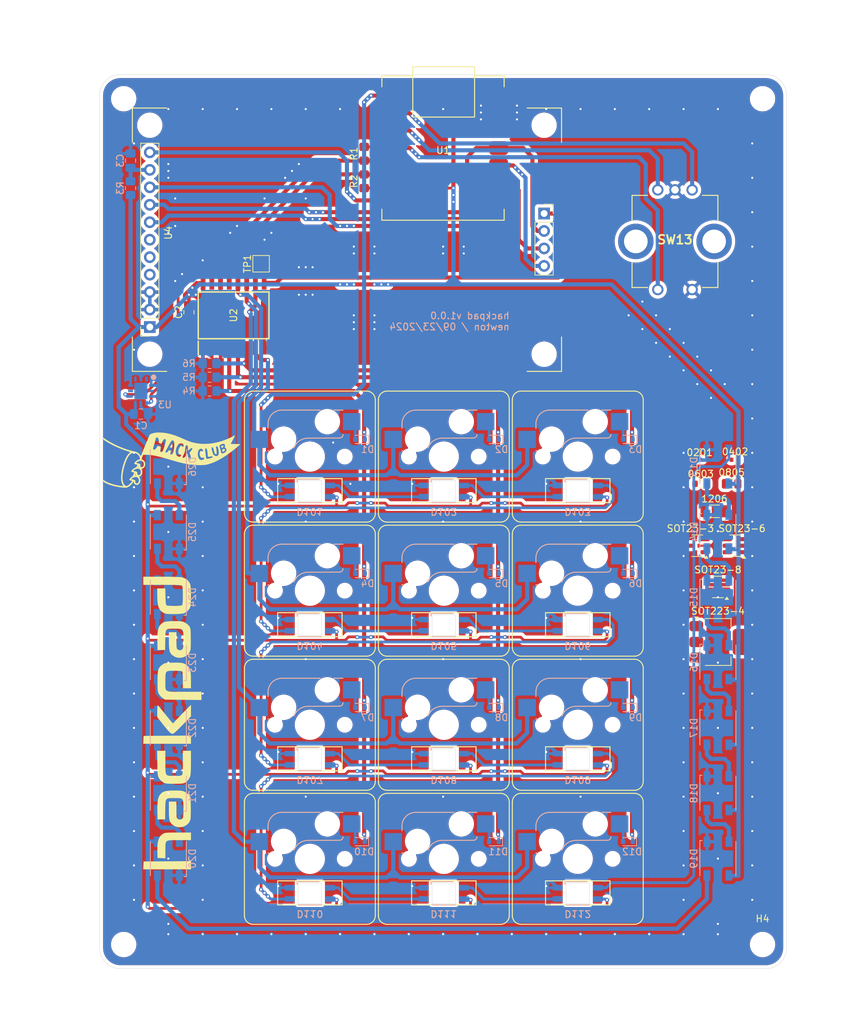
<source format=kicad_pcb>
(kicad_pcb (version 20240108) (generator "pcbnew") (generator_version "8.0")
  (layers (0 "F.Cu" signal) (31 "B.Cu" signal) (34 "B.Paste" user) (35 "F.Paste" user) (36 "B.SilkS" user "B.Silkscreen") (37 "F.SilkS" user "F.Silkscreen") (38 "B.Mask" user) (39 "F.Mask" user) (44 "Edge.Cuts" user))
  (net 0 "")
  (net 1 "+3.3V")
  (net 2 "GND")
  (net 3 "Net-(U4-RST)")
  (net 4 "row0")
  (net 5 "Net-(D1-A)")
  (net 6 "row1")
  (net 7 "Net-(D2-A)")
  (net 8 "row2")
  (net 9 "Net-(D3-A)")
  (net 10 "Net-(D4-A)")
  (net 11 "Net-(D5-A)")
  (net 12 "Net-(D6-A)")
  (net 13 "Net-(D7-A)")
  (net 14 "Net-(D8-A)")
  (net 15 "Net-(D9-A)")
  (net 16 "Net-(D10-A)")
  (net 17 "Net-(D11-A)")
  (net 18 "Net-(D12-A)")
  (net 19 "Net-(D101-DOUT)")
  (net 20 "neopixel")
  (net 21 "Net-(D102-DOUT)")
  (net 22 "Net-(D103-DOUT)")
  (net 23 "Net-(D104-DOUT)")
  (net 24 "Net-(D105-DOUT)")
  (net 25 "Net-(D106-DOUT)")
  (net 26 "Net-(D107-DOUT)")
  (net 27 "Net-(D108-DOUT)")
  (net 28 "Net-(D109-DOUT)")
  (net 29 "Net-(D110-DOUT)")
  (net 30 "Net-(D111-DOUT)")
  (net 31 "np_conn")
  (net 32 "SDA")
  (net 33 "SCL")
  (net 34 "col0")
  (net 35 "col1")
  (net 36 "col2")
  (net 37 "col3")
  (net 38 "Net-(U2-~{INT})")
  (net 39 "inc_enc_a")
  (net 40 "inc_enc_btn")
  (net 41 "inc_enc_b")
  (net 42 "MOSI")
  (net 43 "MISO")
  (net 44 "SCK")
  (net 45 "+5V")
  (net 46 "DS_CS")
  (net 47 "DS_RS")
  (net 48 "SD_CS")
  (net 57 "Net-(D13-DO)")
  (net 58 "Net-(D14-DO)")
  (net 59 "Net-(D15-DO)")
  (net 60 "Net-(D16-DO)")
  (net 61 "Net-(D17-DO)")
  (net 62 "Net-(D18-DO)")
  (net 63 "Net-(D19-DO)")
  (net 64 "Net-(D20-DO)")
  (net 65 "Net-(D21-DO)")
  (net 66 "Net-(D22-DO)")
  (net 67 "Net-(D23-DO)")
  (net 68 "Net-(D24-DO)")
  (net 69 "Net-(D25-DO)")
  (footprint "pcf8574:SOIC127P1032X265-16N" (layer "F.Cu") (at 59.5 65 90)
    (property "Reference" "U2")
    (property "Value" "PCF8574T_3,518" (hide yes))
  )
  (footprint "kailh_mx:SW_Cherry_MX_PCB" (layer "F.Cu") (at 109.6 124.54)
    (property "Reference" "SW9" (hide yes))
    (property "Value" "Cherry MX Red Silent" (hide yes))
  )
  (footprint "MountingHole:MountingHole_3.2mm_M3_ISO14580" (layer "F.Cu") (at 136.5 156.5)
    (property "Reference" "H4")
    (property "Value" "MountingHole")
  )
  (footprint "LOGO" (layer "F.Cu") (at 50.5 86)
    (property "Reference" "G***" (hide yes))
    (property "Value" "LOGO" (hide yes))
  )
  (footprint "MountingHole:MountingHole_3.2mm_M3_ISO14580" (layer "F.Cu") (at 43.5 156.5)
    (property "Reference" "H3" (hide yes))
    (property "Value" "MountingHole")
  )
  (footprint "rotary_encoder_bourns:rot_enc_bourns_7pin" (layer "F.Cu") (at 123.75 54 180)
    (property "Reference" "SW13")
    (property "Value" "RotaryEncoder_Switch" (hide yes))
  )
  (footprint "MountingHole:MountingHole_3.2mm_M3_ISO14580" (layer "F.Cu") (at 136.5 33.5)
    (property "Reference" "H2" (hide yes))
    (property "Value" "MountingHole")
  )
  (footprint "Package_TO_SOT_SMD:SOT-23-6" (layer "F.Cu") (at 132.5 98.5 180)
    (property "Reference" "SOT23-6")
    (property "Value" "SOT-23-6")
  )
  (footprint "seeedstuido_xiao_rp2040:MOUDLE14P-SMD-2.54-21X17.8MM" (layer "F.Cu") (at 89.8825 41.165)
    (property "Reference" "U1")
    (property "Value" "xiao_rp2040")
  )
  (footprint "kailh_mx:SW_Cherry_MX_PCB" (layer "F.Cu") (at 70.6 124.54)
    (property "Reference" "SW7" (hide yes))
    (property "Value" "Cherry MX Red Silent" (hide yes))
  )
  (footprint "kailh_mx:SW_Cherry_MX_PCB" (layer "F.Cu") (at 70.6 85.54)
    (property "Reference" "SW1" (hide yes))
    (property "Value" "Cherry MX Red Silent" (hide yes))
  )
  (footprint "kailh_mx:SW_Cherry_MX_PCB" (layer "F.Cu") (at 70.6 144.04)
    (property "Reference" "SW10" (hide yes))
    (property "Value" "Cherry MX Red Silent" (hide yes))
  )
  (footprint "kailh_mx:SW_Cherry_MX_PCB" (layer "F.Cu") (at 90.1 144.04)
    (property "Reference" "SW11" (hide yes))
    (property "Value" "Cherry MX Red Silent" (hide yes))
  )
  (footprint "Resistor_SMD:R_0603_1608Metric" (layer "F.Cu") (at 127.5 89.5)
    (property "Reference" "0603")
    (property "Value" "R_0603_1608Metric")
  )
  (footprint "kailh_mx:SW_Cherry_MX_PCB" (layer "F.Cu") (at 90.1 85.54)
    (property "Reference" "SW2" (hide yes))
    (property "Value" "Cherry MX Red Silent" (hide yes))
  )
  (footprint "kailh_mx:SW_Cherry_MX_PCB" (layer "F.Cu") (at 70.6 105.04)
    (property "Reference" "SW4" (hide yes))
    (property "Value" "Cherry MX Red Silent" (hide yes))
  )
  (footprint "Resistor_SMD:R_0201_0603Metric" (layer "F.Cu") (at 127.345 86)
    (property "Reference" "0201")
    (property "Value" "R_0201_0603Metric")
  )
  (footprint "Resistor_SMD:R_0805_2012Metric_Pad1.20x1.40mm_HandSolder" (layer "F.Cu") (at 78.5 41.5 -90)
    (property "Reference" "R1")
    (property "Value" "4.7k")
  )
  (footprint "display_lcdwiki:mar2001" (layer "F.Cu") (at 76 54 -90)
    (property "Reference" "U4")
    (property "Value" "MAR2001")
  )
  (footprint "Resistor_SMD:R_0805_2012Metric" (layer "F.Cu") (at 132 89.5)
    (property "Reference" "0805")
    (property "Value" "R_0805_2012Metric")
  )
  (footprint "kailh_mx:SW_Cherry_MX_PCB" (layer "F.Cu") (at 90.1 105.04)
    (property "Reference" "SW5" (hide yes))
    (property "Value" "Cherry MX Red Silent" (hide yes))
  )
  (footprint "TestPoint:TestPoint_Pad_2.0x2.0mm" (layer "F.Cu") (at 63.5 57.5 90)
    (property "Reference" "TP1")
    (property "Value" "TestPoint")
  )
  (footprint "kailh_mx:SW_Cherry_MX_PCB" (layer "F.Cu") (at 109.6 105.04)
    (property "Reference" "SW6" (hide yes))
    (property "Value" "Cherry MX Red Silent" (hide yes))
  )
  (footprint "Capacitor_SMD:C_0805_2012Metric_Pad1.18x1.45mm_HandSolder" (layer "F.Cu") (at 53 64.54 -90)
    (property "Reference" "C2")
    (property "Value" "100n")
  )
  (footprint "Package_TO_SOT_SMD:SOT-23-3" (layer "F.Cu") (at 127 98.5 180)
    (property "Reference" "SOT23-3")
    (property "Value" "SOT-23-3")
  )
  (footprint "Resistor_SMD:R_1206_3216Metric" (layer "F.Cu") (at 129.5 93.5)
    (property "Reference" "1206")
    (property "Value" "R_1206_3216Metric")
  )
  (footprint "Package_TO_SOT_SMD:SOT-23-8" (layer "F.Cu") (at 130 104.5 180)
    (property "Reference" "SOT23-8")
    (property "Value" "SOT-23-8")
  )
  (footprint "kailh_mx:SW_Cherry_MX_PCB" (layer "F.Cu") (at 90.1 124.54)
    (property "Reference" "SW8" (hide yes))
    (property "Value" "Cherry MX Red Silent" (hide yes))
  )
  (footprint "Resistor_SMD:R_0402_1005Metric" (layer "F.Cu") (at 132.5 86)
    (property "Reference" "0402")
    (property "Value" "R_0402_1005Metric")
  )
  (footprint "MountingHole:MountingHole_3.2mm_M3_ISO14580" (layer "F.Cu") (at 43.5 33.5)
    (property "Reference" "H1" (hide yes))
    (property "Value" "MountingHole")
  )
  (footprint "Resistor_SMD:R_0805_2012Metric_Pad1.20x1.40mm_HandSolder" (layer "F.Cu") (at 78.5 45.5 90)
    (property "Reference" "R2")
    (property "Value" "4.7k")
  )
  (footprint "kailh_mx:SW_Cherry_MX_PCB" (layer "F.Cu") (at 109.6 85.54)
    (property "Reference" "SW3" (hide yes))
    (property "Value" "Cherry MX Red Silent" (hide yes))
  )
  (footprint "kailh_mx:SW_Cherry_MX_PCB" (layer "F.Cu") (at 109.6 144.04)
    (property "Reference" "SW12" (hide yes))
    (property "Value" "Cherry MX Red Silent" (hide yes))
  )
  (footprint "Package_TO_SOT_SMD:SOT-223" (layer "F.Cu") (at 130 112.5)
    (property "Reference" "SOT223-4")
    (property "Value" "SOT-223")
  )
  (footprint "LOGO" (layer "F.Cu") (at 50.5 124.5 90)
    (property "Reference" "G***" (hide yes))
    (property "Value" "LOGO" (hide yes))
  )
  (footprint "Resistor_SMD:R_0805_2012Metric_Pad1.20x1.40mm_HandSolder" (layer "B.Cu") (at 56 76 180)
    (property "Reference" "R4")
    (property "Value" "1k")
  )
  (footprint "Diode_SMD:D_SOD-523" (layer "B.Cu") (at 116.9 102.54 180)
    (property "Reference" "D6")
    (property "Value" "1N4148WT")
  )
  (footprint "Diode_SMD:D_SOD-523" (layer "B.Cu") (at 97.4 122.04 180)
    (property "Reference" "D8")
    (property "Value" "1N4148WT")
  )
  (footprint "LED_SMD:LED_Inolux_IN-PI554FCH_PLCC4_5.0x5.0mm_P3.2mm" (layer "B.Cu") (at 130 115.45 -90)
    (property "Reference" "D16")
    (property "Value" "Inolux_IN-PI554FCH")
  )
  (footprint "LED_SMD:LED_Inolux_IN-PI554FCH_PLCC4_5.0x5.0mm_P3.2mm" (layer "B.Cu") (at 50 144 90)
    (property "Reference" "D20")
    (property "Value" "Inolux_IN-PI554FCH")
  )
  (footprint "LED_SMD:LED_Inolux_IN-PI554FCH_PLCC4_5.0x5.0mm_P3.2mm" (layer "B.Cu") (at 130 96.45 -90)
    (property "Reference" "D14")
    (property "Value" "Inolux_IN-PI554FCH")
  )
  (footprint "neopixel_sk6812_mini_e:sk6812_mini_e" (layer "B.Cu") (at 90.1 149.04)
    (property "Reference" "D111")
    (property "Value" "sk6812_mini_e")
    (fp_rect (start -1.7 1.5) (end 1.7 -1.5) (stroke (width 0.05)) (fill none) (layer "Edge.Cuts"))
  )
  (footprint "neopixel_sk6812_mini_e:sk6812_mini_e" (layer "B.Cu") (at 109.6 149.04)
    (property "Reference" "D112")
    (property "Value" "sk6812_mini_e")
    (fp_rect (start -1.7 1.5) (end 1.7 -1.5) (stroke (width 0.05)) (fill none) (layer "Edge.Cuts"))
  )
  (footprint "neopixel_sk6812_mini_e:sk6812_mini_e" (layer "B.Cu") (at 70.6 149.04)
    (property "Reference" "D110")
    (property "Value" "sk6812_mini_e")
    (fp_rect (start -1.7 1.5) (end 1.7 -1.5) (stroke (width 0.05)) (fill none) (layer "Edge.Cuts"))
  )
  (footprint "LED_SMD:LED_Inolux_IN-PI554FCH_PLCC4_5.0x5.0mm_P3.2mm" (layer "B.Cu") (at 130 106 -90)
    (property "Reference" "D15")
    (property "Value" "Inolux_IN-PI554FCH")
  )
  (footprint "Diode_SMD:D_SOD-523" (layer "B.Cu") (at 116.9 83.04 180)
    (property "Reference" "D3")
    (property "Value" "1N4148WT")
  )
  (footprint "neopixel_sk6812_mini_e:sk6812_mini_e" (layer "B.Cu") (at 90.1 110.04)
    (property "Reference" "D105")
    (property "Value" "sk6812_mini_e")
    (fp_rect (start -1.7 1.5) (end 1.7 -1.5) (stroke (width 0.05)) (fill none) (layer "Edge.Cuts"))
  )
  (footprint "LED_SMD:LED_Inolux_IN-PI554FCH_PLCC4_5.0x5.0mm_P3.2mm" (layer "B.Cu") (at 50 125 90)
    (property "Reference" "D22")
    (property "Value" "Inolux_IN-PI554FCH")
  )
  (footprint "LED_SMD:LED_Inolux_IN-PI554FCH_PLCC4_5.0x5.0mm_P3.2mm" (layer "B.Cu") (at 130 144 -90)
    (property "Reference" "D19")
    (property "Value" "Inolux_IN-PI554FCH")
  )
  (footprint "Resistor_SMD:R_0805_2012Metric_Pad1.20x1.40mm_HandSolder" (layer "B.Cu") (at 56 72 180)
    (property "Reference" "R6")
    (property "Value" "1k")
  )
  (footprint "LED_SMD:LED_Inolux_IN-PI554FCH_PLCC4_5.0x5.0mm_P3.2mm" (layer "B.Cu") (at 50 87 90)
    (property "Reference" "D26")
    (property "Value" "Inolux_IN-PI554FCH")
  )
  (footprint "LED_SMD:LED_Inolux_IN-PI554FCH_PLCC4_5.0x5.0mm_P3.2mm" (layer "B.Cu") (at 130 125 -90)
    (property "Reference" "D17")
    (property "Value" "Inolux_IN-PI554FCH")
  )
  (footprint "Diode_SMD:D_SOD-523" (layer "B.Cu") (at 116.9 122.04 180)
    (property "Reference" "D9")
    (property "Value" "1N4148WT")
  )
  (footprint "LED_SMD:LED_Inolux_IN-PI554FCH_PLCC4_5.0x5.0mm_P3.2mm" (layer "B.Cu") (at 130 87 -90)
    (property "Reference" "D13")
    (property "Value" "Inolux_IN-PI554FCH")
  )
  (footprint "neopixel_sk6812_mini_e:sk6812_mini_e" (layer "B.Cu") (at 109.6 90.54)
    (property "Reference" "D103")
    (property "Value" "sk6812_mini_e")
    (fp_rect (start -1.7 1.5) (end 1.7 -1.5) (stroke (width 0.05)) (fill none) (layer "Edge.Cuts"))
  )
  (footprint "Diode_SMD:D_SOD-523" (layer "B.Cu") (at 97.4 141.54 180)
    (property "Reference" "D11")
    (property "Value" "1N4148WT")
  )
  (footprint "neopixel_sk6812_mini_e:sk6812_mini_e" (layer "B.Cu") (at 70.6 90.54)
    (property "Reference" "D101")
    (property "Value" "sk6812_mini_e")
    (fp_rect (start -1.7 1.5) (end 1.7 -1.5) (stroke (width 0.05)) (fill none) (layer "Edge.Cuts"))
  )
  (footprint "neopixel_sk6812_mini_e:sk6812_mini_e" (layer "B.Cu") (at 90.1 129.54)
    (property "Reference" "D108")
    (property "Value" "sk6812_mini_e")
    (fp_rect (start -1.7 1.5) (end 1.7 -1.5) (stroke (width 0.05)) (fill none) (layer "Edge.Cuts"))
  )
  (footprint "LED_SMD:LED_Inolux_IN-PI554FCH_PLCC4_5.0x5.0mm_P3.2mm" (layer "B.Cu") (at 50 134.49 90)
    (property "Reference" "D21")
    (property "Value" "Inolux_IN-PI554FCH")
  )
  (footprint "LED_SMD:LED_Inolux_IN-PI554FCH_PLCC4_5.0x5.0mm_P3.2mm" (layer "B.Cu") (at 50 96.5 90)
    (property "Reference" "D25")
    (property "Value" "Inolux_IN-PI554FCH")
  )
  (footprint "neopixel_sk6812_mini_e:sk6812_mini_e" (layer "B.Cu") (at 90.1 90.54)
    (property "Reference" "D102")
    (property "Value" "sk6812_mini_e")
    (fp_rect (start -1.7 1.5) (end 1.7 -1.5) (stroke (width 0.05)) (fill none) (layer "Edge.Cuts"))
  )
  (footprint "LED_SMD:LED_Inolux_IN-PI554FCH_PLCC4_5.0x5.0mm_P3.2mm" (layer "B.Cu") (at 130 134.5 -90)
    (property "Reference" "D18")
    (property "Value" "Inolux_IN-PI554FCH")
  )
  (footprint "Resistor_SMD:R_0805_2012Metric_Pad1.20x1.40mm_HandSolder" (layer "B.Cu") (at 56 74 180)
    (property "Reference" "R5")
    (property "Value" "1k")
  )
  (footprint "neopixel_sk6812_mini_e:sk6812_mini_e" (layer "B.Cu") (at 70.6 129.54)
    (property "Reference" "D107")
    (property "Value" "sk6812_mini_e")
    (fp_rect (start -1.7 1.5) (end 1.7 -1.5) (stroke (width 0.05)) (fill none) (layer "Edge.Cuts"))
  )
  (footprint "LED_SMD:LED_Inolux_IN-PI554FCH_PLCC4_5.0x5.0mm_P3.2mm" (layer "B.Cu") (at 50 106 90)
    (property "Reference" "D24")
    (property "Value" "Inolux_IN-PI554FCH")
  )
  (footprint "Resistor_SMD:R_0805_2012Metric_Pad1.20x1.40mm_HandSolder" (layer "B.Cu") (at 44.5 46.5 90)
    (property "Reference" "R3")
    (property "Value" "10k")
  )
  (footprint "stc31_c_r3:QFN80P300X350X110-13N-D" (layer "B.Cu") (at 46 76 180)
    (property "Reference" "U3")
    (property "Value" "STC31-C-R3" (hide yes))
  )
  (footprint "Diode_SMD:D_SOD-523" (layer "B.Cu") (at 77.9 141.54 180)
    (property "Reference" "D10")
    (property "Value" "1N4148WT")
  )
  (footprint "Diode_SMD:D_SOD-523" (layer "B.Cu") (at 97.4 102.54 180)
    (property "Reference" "D5")
    (property "Value" "1N4148WT")
  )
  (footprint "LED_SMD:LED_Inolux_IN-PI554FCH_PLCC4_5.0x5.0mm_P3.2mm" (layer "B.Cu") (at 50 115.5 90)
    (property "Reference" "D23")
    (property "Value" "Inolux_IN-PI554FCH")
  )
  (footprint "Diode_SMD:D_SOD-523" (layer "B.Cu") (at 116.9 141.54 180)
    (property "Reference" "D12")
    (property "Value" "1N4148WT")
  )
  (footprint "neopixel_sk6812_mini_e:sk6812_mini_e" (layer "B.Cu") (at 109.6 110.04)
    (property "Reference" "D106")
    (property "Value" "sk6812_mini_e")
    (fp_rect (start -1.7 1.5) (end 1.7 -1.5) (stroke (width 0.05)) (fill none) (layer "Edge.Cuts"))
  )
  (footprint "neopixel_sk6812_mini_e:sk6812_mini_e" (layer "B.Cu") (at 109.6 129.54)
    (property "Reference" "D109")
    (property "Value" "sk6812_mini_e")
    (fp_rect (start -1.7 1.5) (end 1.7 -1.5) (stroke (width 0.05)) (fill none) (layer "Edge.Cuts"))
  )
  (footprint "Diode_SMD:D_SOD-523" (layer "B.Cu") (at 77.9 83.04 180)
    (property "Reference" "D1")
    (property "Value" "1N4148WT")
  )
  (footprint "neopixel_sk6812_mini_e:sk6812_mini_e" (layer "B.Cu") (at 70.6 110.04)
    (property "Reference" "D104")
    (property "Value" "sk6812_mini_e")
    (fp_rect (start -1.7 1.5) (end 1.7 -1.5) (stroke (width 0.05)) (fill none) (layer "Edge.Cuts"))
  )
  (footprint "Capacitor_SMD:C_0805_2012Metric_Pad1.18x1.45mm_HandSolder" (layer "B.Cu") (at 44.5 42.5 90)
    (property "Reference" "C3")
    (property "Value" "100nF")
  )
  (footprint "Diode_SMD:D_SOD-523" (layer "B.Cu") (at 77.9 122.04 180)
    (property "Reference" "D7")
    (property "Value" "1N4148WT")
  )
  (footprint "Capacitor_SMD:C_0805_2012Metric_Pad1.18x1.45mm_HandSolder" (layer "B.Cu") (at 46 79.355)
    (property "Reference" "C1")
    (property "Value" "100n")
  )
  (footprint "Diode_SMD:D_SOD-523" (layer "B.Cu") (at 77.9 102.54 180)
    (property "Reference" "D4")
    (property "Value" "1N4148WT")
  )
  (footprint "Diode_SMD:D_SOD-523" (layer "B.Cu") (at 97.4 83.04 180)
    (property "Reference" "D2")
    (property "Value" "1N4148WT")
  )
  (gr_line (start 43 30) (end 137 30) (stroke (width 0.05)) (layer "Edge.Cuts"))
  (gr_line (start 40 157) (end 40 33) (stroke (width 0.05)) (layer "Edge.Cuts"))
  (gr_arc (start 140 157) (mid 139.12132 159.12132) (end 137 160) (stroke (width 0.05)) (layer "Edge.Cuts"))
  (gr_line (start 137 160) (end 43 160) (stroke (width 0.05)) (layer "Edge.Cuts"))
  (gr_arc (start 40 33) (mid 40.87868 30.87868) (end 43 30) (stroke (width 0.05)) (layer "Edge.Cuts"))
  (gr_arc (start 43 160) (mid 40.87868 159.12132) (end 40 157) (stroke (width 0.05)) (layer "Edge.Cuts"))
  (gr_arc (start 137 30) (mid 139.12132 30.87868) (end 140 33) (stroke (width 0.05)) (layer "Edge.Cuts"))
  (gr_line (start 140 33) (end 140 157) (stroke (width 0.05)) (layer "Edge.Cuts"))
  (gr_text "hackpad v1.0.0\nnewton / 09/23/2024" (at 99.75 67.25 0) (layer "B.SilkS") (effects (font (size 1 1)) (justify left bottom mirror)))
  (segment (start 74.5 91.5) (end 74.5 92.74) (width 0.4) (layer "F.Cu") (net 1))
  (segment (start 81.55 92.3) (end 81.99 92.74) (width 0.4) (layer "F.Cu") (net 1))
  (segment (start 53.9975 63.5025) (end 53 63.5025) (width 0.6) (layer "F.Cu") (net 1))
  (segment (start 79.625 40.5) (end 78.5 40.5) (width 0.4) (layer "F.Cu") (net 1))
  (segment (start 76.25 92.25) (end 75.76 92.74) (width 0.4) (layer "F.Cu") (net 1))
  (segment (start 77.5 131.3) (end 76.2 131.3) (width 0.4) (layer "F.Cu") (net 1))
  (segment (start 80.473 41.973) (end 80 41.5) (width 0.2) (layer "F.Cu") (net 1))
  (segment (start 79.5 131.3) (end 79.55 131.25) (width 0.4) (layer "F.Cu") (net 1))
  (segment (start 80 41.5) (end 80 40.875) (width 0.4) (layer "F.Cu") (net 1))
  (segment (start 95.46 111.8) (end 97 111.8) (width 0.4) (layer "F.Cu") (net 1))
  (segment (start 101.73 131.75) (end 113.49 131.75) (width 0.4) (layer "F.Cu") (net 1))
  (segment (start 47.24 92.74) (end 47 92.5) (width 0.4) (layer "F.Cu") (net 1))
  (segment (start 113.49 112.25) (end 113.863 111.877) (width 0.4) (layer "F.Cu") (net 1))
  (segment (start 101.28 131.3) (end 101.73 131.75) (width 0.4) (layer "F.Cu") (net 1))
  (segment (start 79.5 92.3) (end 81.55 92.3) (width 0.4) (layer "F.Cu") (net 1))
  (segment (start 80.5 47) (end 83.5 47) (width 0.2) (layer "F.Cu") (net 1))
  (segment (start 76.25 111.75) (end 75.75 112.25) (width 0.4) (layer "F.Cu") (net 1))
  (segment (start 80 60.5) (end 77 60.5) (width 0.6) (layer "F.Cu") (net 1))
  (segment (start 83.5 47) (end 84 46.5) (width 0.4) (layer "F.Cu") (net 1))
  (segment (start 113.49 151.25) (end 113.863 150.877) (width 0.4) (layer "F.Cu") (net 1))
  (segment (start 113.5 92.74) (end 113.873 92.367) (width 0.4) (layer "F.Cu") (net 1))
  (segment (start 91.5 47.5) (end 91.5 48.5) (width 0.6) (layer "F.Cu") (net 1))
  (segment (start 74.49 151.25) (end 93.99 151.25) (width 0.4) (layer "F.Cu") (net 1))
  (segment (start 113.863 111.877) (end 113.863 111.01) (width 0.4) (layer "F.Cu") (net 1))
  (segment (start 74.49 111.01) (end 74.49 112.25) (width 0.4) (layer "F.Cu") (net 1))
  (segment (start 91.5 46.5) (end 91.5 47.5) (width 0.6) (layer "F.Cu") (net 1))
  (segment (start 74.49 131.75) (end 47.23 131.75) (width 0.4) (layer "F.Cu") (net 1))
  (segment (start 81.75 131.75) (end 93.99 131.75) (width 0.4) (layer "F.Cu") (net 1))
  (segment (start 55.055 62.445) (end 53.9975 63.5025) (width 0.6) (layer "F.Cu") (net 1))
  (segment (start 101.73 112.25) (end 113.49 112.25) (width 0.4) (layer "F.Cu") (net 1))
  (segment (start 81.25 131.25) (end 81.75 131.75) (width 0.4) (layer "F.Cu") (net 1))
  (segment (start 74.49 112.25) (end 47.23 112.25) (width 0.4) (layer "F.Cu") (net 1))
  (segment (start 84.5 43) (end 83.473 41.973) (width 0.4) (layer "F.Cu") (net 1))
  (segment (start 47 151) (end 47.25 151.25) (width 0.4) (layer "F.Cu") (net 1))
  (segment (start 95.7 92.3) (end 95.26 92.74) (width 0.4) (layer "F.Cu") (net 1))
  (segment (start 98.99 131.3) (end 101.28 131.3) (width 0.4) (layer "F.Cu") (net 1))
  (segment (start 93.99 130.51) (end 93.99 131.75) (width 0.4) (layer "F.Cu") (net 1))
  (segment (start 74.49 150.01) (end 74.49 151.25) (width 0.4) (layer "F.Cu") (net 1))
  (segment (start 77.5 111.8) (end 77.45 111.75) (width 0.4) (layer "F.Cu") (net 1))
  (segment (start 74.5 92.74) (end 47.24 92.74) (width 0.4) (layer "F.Cu") (net 1))
  (segment (start 76.2 131.3) (end 75.75 131.75) (width 0.4) (layer "F.Cu") (net 1))
  (segment (start 93.99 131.75) (end 95.25 131.75) (width 0.4) (layer "F.Cu") (net 1))
  (segment (start 98.99 111.8) (end 101.28 111.8) (width 0.4) (layer "F.Cu") (net 1))
  (segment (start 81.99 92.74) (end 94 92.74) (width 0.4) (layer "F.Cu") (net 1))
  (segment (start 93.99 111.01) (end 93.99 112.25) (width 0.4) (layer "F.Cu") (net 1))
  (segment (start 95.26 92.74) (end 94 92.74) (width 0.4) (layer "F.Cu") (net 1))
  (segment (start 97 92.3) (end 95.7 92.3) (width 0.4) (layer "F.Cu") (net 1))
  (segment (start 101.28 111.8) (end 101.73 112.25) (width 0.4) (layer "F.Cu") (net 1))
  (segment (start 74.49 130.51) (end 74.49 131.75) (width 0.4) (layer "F.Cu") (net 1))
  (segment (start 83.473 41.973) (end 80.473 41.973) (width 0.2) (layer "F.Cu") (net 1))
  (segment (start 79.55 131.25) (end 81.25 131.25) (width 0.4) (layer "F.Cu") (net 1))
  (segment (start 81.25 111.75) (end 79.55 111.75) (width 0.4) (layer "F.Cu") (net 1))
  (segment (start 113.863 150.877) (end 113.863 150.01) (width 0.4) (layer "F.Cu") (net 1))
  (segment (start 91.5 43) (end 91.5 39) (width 0.6) (layer "F.Cu") (net 1))
  (segment (start 80 40.875) (end 79.625 40.5) (width 0.4) (layer "F.Cu") (net 1))
  (segment (start 80 46.5) (end 80.5 47) (width 0.4) (layer "F.Cu") (net 1))
  (segment (start 78.5 46.5) (end 80 46.5) (width 0.4) (layer "F.Cu") (net 1))
  (segment (start 75.75 131.75) (end 74.49 131.75) (width 0.4) (layer "F.Cu") (net 1))
  (segment (start 91.5 39) (end 92.375 38.125) (width 0.6) (layer "F.Cu") (net 1))
  (segment (start 47.23 112.25) (end 46.99 112.01) (width 0.4) (layer "F.Cu") (net 1))
  (segment (start 77.483 92.3) (end 77.433 92.25) (width 0.4) (layer "F.Cu") (net 1))
  (segment (start 91.5 43) (end 91.5 46.5) (width 0.6) (layer "F.Cu") (net 1))
  (segment (start 93.99 112.25) (end 95.01 112.25) (width 0.4) (layer "F.Cu") (net 1))
  (segment (start 84 46.5) (end 91.5 46.5) (width 0.4) (layer "F.Cu") (net 1))
  (segment (start 79.55 111.75) (end 79.5 111.8) (width 0.4) (layer "F.Cu") (net 1))
  (segment (start 77.45 111.75) (end 76.25 111.75) (width 0.4) (layer "F.Cu") (net 1))
  (segment (start 55.055 60.275) (end 55.055 62.445) (width 0.6) (layer "F.Cu") (net 1))
  (segment (start 95.25 131.75) (end 95.7 131.3) (width 0.4) (layer "F.Cu") (net 1))
  (segment (start 75 60.5) (end 77 60.5) (width 0.6) (layer "F.Cu") (net 1))
  (segment (start 93.99 112.25) (end 81.75 112.25) (width 0.4) (layer "F.Cu") (net 1))
  (segment (start 93.99 151.25) (end 113.49 151.25) (width 0.4) (layer "F.Cu") (net 1))
  (segment (start 93.99 150.01) (end 93.99 151.25) (width 0.4) (layer "F.Cu") (net 1))
  (segment (start 47.25 151.25) (end 74.49 151.25) (width 0.4) (layer "F.Cu") (net 1))
  (segment (start 101.3 92.3) (end 101.74 92.74) (width 0.4) (layer "F.Cu") (net 1))
  (segment (start 101.74 92.74) (end 113.5 92.74) (width 0.4) (layer "F.Cu") (net 1))
  (segment (start 75.75 112.25) (end 74.49 112.25) (width 0.4) (layer "F.Cu") (net 1))
  (segment (start 95.7 131.3) (end 97 131.3) (width 0.4) (layer "F.Cu") (net 1))
  (segment (start 94 91.5) (end 94 92.74) (width 0.4) (layer "F.Cu") (net 1))
  (segment (start 81.75 112.25) (end 81.25 111.75) (width 0.4) (layer "F.Cu") (net 1))
  (segment (start 113.873 92.367) (end 113.873 91.5) (width 0.4) (layer "F.Cu") (net 1))
  (segment (start 95.01 112.25) (end 95.46 111.8) (width 0.4) (layer "F.Cu") (net 1))
  (segment (start 99 92.3) (end 101.3 92.3) (width 0.4) (layer "F.Cu") (net 1))
  (segment (start 113.49 131.75) (end 113.863 131.377) (width 0.4) (layer "F.Cu") (net 1))
  (segment (start 75.76 92.74) (end 74.5 92.74) (width 0.4) (layer "F.Cu") (net 1))
  (segment (start 113.863 131.377) (end 113.863 130.51) (width 0.4) (layer "F.Cu") (net 1))
  (segment (start 47.23 131.75) (end 46.99 131.51) (width 0.4) (layer "F.Cu") (net 1))
  (segment (start 80 60.5) (end 82 60.5) (width 0.6) (layer "F.Cu") (net 1))
  (segment (start 92.375 38.125) (end 98.0825 38.125) (width 0.6) (layer "F.Cu") (net 1))
  (segment (start 91.5 43) (end 84.5 43) (width 0.4) (layer "F.Cu") (net 1))
  (segment (start 77.433 92.25) (end 76.25 92.25) (width 0.4) (layer "F.Cu") (net 1))
  (via (at 77.483 92.3) (size 0.6) (drill 0.3) (layers "F.Cu" "B.Cu") (net 1))
  (via (at 79.5 131.3) (size 0.6) (drill 0.3) (layers "F.Cu" "B.Cu") (net 1))
  (via (at 91.5 46.5) (size 0.6) (drill 0.3) (layers "F.Cu" "B.Cu") (net 1))
  (via (at 47 92.5) (size 0.6) (drill 0.3) (layers "F.Cu" "B.Cu") (net 1))
  (via (at 76 60.5) (size 0.6) (drill 0.3) (layers "F.Cu" "B.Cu") (net 1))
  (via (at 75 60.5) (size 0.6) (drill 0.3) (layers "F.Cu" "B.Cu") (net 1))
  (via (at 93.99 130.51) (size 0.6) (drill 0.3) (layers "F.Cu" "B.Cu") (net 1))
  (via (at 80 60.5) (size 0.6) (drill 0.3) (layers "F.Cu" "B.Cu") (net 1))
  (via (at 91.5 48.5) (size 0.6) (drill 0.3) (layers "F.Cu" "B.Cu") (net 1))
  (via (at 46.99 131.51) (size 0.6) (drill 0.3) (layers "F.Cu" "B.Cu") (net 1))
  (via (at 74.49 150.01) (size 0.6) (drill 0.3) (layers "F.Cu" "B.Cu") (net 1))
  (via (at 74.49 130.51) (size 0.6) (drill 0.3) (layers "F.Cu" "B.Cu") (net 1))
  (via (at 99 92.3) (size 0.6) (drill 0.3) (layers "F.Cu" "B.Cu") (net 1))
  (via (at 81 60.5) (size 0.6) (drill 0.3) (layers "F.Cu" "B.Cu") (net 1))
  (via (at 91.5 47.5) (size 0.6) (drill 0.3) (layers "F.Cu" "B.Cu") (net 1))
  (via (at 54 62) (size 0.6) (drill 0.3) (layers "F.Cu" "B.Cu") (net 1))
  (via (at 74.5 91.5) (size 0.6) (drill 0.3) (layers "F.Cu" "B.Cu") (net 1))
  (via (at 113.863 150.01) (size 0.6) (drill 0.3) (layers "F.Cu" "B.Cu") (net 1))
  (via (at 79.5 92.3) (size 0.6) (drill 0.3) (layers "F.Cu" "B.Cu") (net 1))
  (via (at 77 60.5) (size 0.6) (drill 0.3) (layers "F.Cu" "B.Cu") (net 1))
  (via (at 46.99 112.01) (size 0.6) (drill 0.3) (layers "F.Cu" "B.Cu") (net 1))
  (via (at 53 62) (size 0.6) (drill 0.3) (layers "F.Cu" "B.Cu") (net 1))
  (via (at 97 111.8) (size 0.6) (drill 0.3) (layers "F.Cu" "B.Cu") (net 1))
  (via (at 98.99 131.3) (size 0.6) (drill 0.3) (layers "F.Cu" "B.Cu") (net 1))
  (via (at 77.5 131.3) (size 0.6) (drill 0.3) (layers "F.Cu" "B.Cu") (net 1))
  (via (at 113.863 130.51) (size 0.6) (drill 0.3) (layers "F.Cu" "B.Cu") (net 1))
  (via (at 53.5 61) (size 0.6) (drill 0.3) (layers "F.Cu" "B.Cu") (net 1))
  (via (at 93.99 150.01) (size 0.6) (drill 0.3) (layers "F.Cu" "B.Cu") (net 1))
  (via (at 98.99 111.8) (size 0.6) (drill 0.3) (layers "F.Cu" "B.Cu") (net 1))
  (via (at 94 91.5) (size 0.6) (drill 0.3) (layers "F.Cu" "B.Cu") (net 1))
  (via (at 74.49 111.01) (size 0.6) (drill 0.3) (layers "F.Cu" "B.Cu") (net 1))
  (via (at 79.5 111.8) (size 0.6) (drill 0.3) (layers "F.Cu" "B.Cu") (net 1))
  (via (at 97 92.3) (size 0.6) (drill 0.3) (layers "F.Cu" "B.Cu") (net 1))
  (via (at 47 151) (size 0.6) (drill 0.3) (layers "F.Cu" "B.Cu") (net 1))
  (via (at 113.863 111.01) (size 0.6) (drill 0.3) (layers "F.Cu" "B.Cu") (net 1))
  (via (at 77.5 111.8) (size 0.6) (drill 0.3) (layers "F.Cu" "B.Cu") (net 1))
  (via (at 82 60.5) (size 0.6) (drill 0.3) (layers "F.Cu" "B.Cu") (net 1))
  (via (at 97 131.3) (size 0.6) (drill 0.3) (layers "F.Cu" "B.Cu") (net 1))
  (via (at 113.873 91.5) (size 0.6) (drill 0.3) (layers "F.Cu" "B.Cu") (net 1))
  (via (at 93.99 111.01) (size 0.6) (drill 0.3) (layers "F.Cu" "B.Cu") (net 1))
  (segment (start 132.95 127.45) (end 131.6 127.45) (width 0.6) (layer "B.Cu") (net 1))
  (segment (start 133 118) (end 133 127.5) (width 0.6) (layer "B.Cu") (net 1))
  (segment (start 133 118) (end 131.7 118) (width 0.6) (layer "B.Cu") (net 1))
  (segment (start 133 137) (end 133 146.5) (width 0.6) (layer "B.Cu") (net 1))
  (segment (start 91.5 59.5) (end 92.5 60.5) (width 0.6) (layer "B.Cu") (net 1))
  (segment (start 133 89.5) (end 133 99) (width 0.6) (layer "B.Cu") (net 1))
  (segment (start 81 60.5) (end 82 60.5) (width 0.6) (layer "B.Cu") (net 1))
  (segment (start 48.35 103.5) (end 48.4 103.55) (width 0.6) (layer "B.Cu") (net 1))
  (segment (start 91.5 59.5) (end 90.5 60.5) (width 0.6) (layer "B.Cu") (net 1))
  (segment (start 113.743 110.89) (end 113.863 111.01) (width 0.4) (layer "B.Cu") (net 1))
  (segment (start 45.2 77.75) (end 45.2 79.1175) (width 0.4) (layer "B.Cu") (net 1))
  (segment (start 91.5 46.5) (end 91.5 48.5) (width 0.6) (layer "B.Cu") (net 1))
  (segment (start 133 89.5) (end 131.65 89.5) (width 0.6) (layer "B.Cu") (net 1))
  (segment (start 47 84.5) (end 47 84) (width 0.6) (layer "B.Cu") (net 1))
  (segment (start 74.39 91.39) (end 74.5 91.5) (width 0.4) (layer "B.Cu") (net 1))
  (segment (start 45.7 66.7) (end 42.773 69.627) (width 0.6) (layer "B.Cu") (net 1))
  (segment (start 93.87 149.89) (end 93.99 150.01) (width 0.4) (layer "B.Cu") (net 1))
  (segment (start 133 79) (end 133 89.5) (width 0.6) (layer "B.Cu") (net 1))
  (segment (start 90 60.5) (end 90.5 60.5) (width 0.6) (layer "B.Cu") (net 1))
  (segment (start 113.763 91.39) (end 113.873 91.5) (width 0.4) (layer "B.Cu") (net 1))
  (segment (start 43.855 80.855) (end 47 84) (width 0.6) (layer "B.Cu") (net 1))
  (segment (start 92.7 91.39) (end 93.89 91.39) (width 0.4) (layer "B.Cu") (net 1))
  (segment (start 77 60.5) (end 76 60.5) (width 0.6) (layer "B.Cu") (net 1))
  (segment (start 74.37 149.89) (end 74.49 150.01) (width 0.4) (layer "B.Cu") (net 1))
  (segment (start 47 84.5) (end 48.35 84.5) (width 0.6) (layer "B.Cu") (net 1))
  (segment (start 133 99) (end 133 108.5) (width 0.6) (layer "B.Cu") (net 1))
  (segment (start 48.35 122.5) (end 48.4 122.55) (width 0.6) (layer "B.Cu") (net 1))
  (segment (start 112.2 149.89) (end 113.743 149.89) (width 0.4) (layer "B.Cu") (net 1))
  (segment (start 47 132) (end 47 141.5) (width 0.6) (layer "B.Cu") (net 1))
  (segment (start 112.2 110.89) (end 113.743 110.89) (width 0.4) (layer "B.Cu") (net 1))
  (segment (start 131.65 146.5) (end 131.6 146.45) (width 0.6) (layer "B.Cu") (net 1))
  (segment (start 44.5 65.5) (end 45.7 66.7) (width 0.6) (layer "B.Cu") (net 1))
  (segment (start 53.5 61) (end 53.5 62) (width 0.6) (layer "B.Cu") (net 1))
  (segment (start 98.99 131.3) (end 97 131.3) (width 0.4) (layer "B.Cu") (net 1))
  (segment (start 47 94) (end 47.05 94.05) (width 0.6) (layer "B.Cu") (net 1))
  (segment (start 132.95 136.95) (end 131.6 136.95) (width 0.6) (layer "B.Cu") (net 1))
  (segment (start 47 122.5) (end 48.35 122.5) (width 0.6) (layer "B.Cu") (net 1))
  (segment (start 73.2 110.89) (end 74.37 110.89) (width 0.4) (layer "B.Cu") (net 1))
  (segment (start 131.65 108.5) (end 131.6 108.45) (width 0.6) (layer "B.Cu") (net 1))
  (segment (start 47 103.5) (end 48.35 103.5) (width 0.6) (layer "B.Cu") (net 1))
  (segment (start 54 62) (end 54 61.5) (width 0.6) (layer "B.Cu") (net 1))
  (segment (start 93.87 130.39) (end 93.99 130.51) (width 0.4) (layer "B.Cu") (net 1))
  (segment (start 45.7 66.7) (end 47.3 66.7) (width 0.6) (layer "B.Cu") (net 1))
  (segment (start 47 113) (end 47.05 113.05) (width 0.6) (layer "B.Cu") (net 1))
  (segment (start 44.5 47.5) (end 44.5 65.5) (width 0.6) (layer "B.Cu") (net 1))
  (segment (start 76 60.5) (end 75 60.5) (width 0.6) (layer "B.Cu") (net 1))
  (segment (start 92.7 130.39) (end 93.87 130.39) (width 0.4) (layer "B.Cu") (net 1))
  (segment (start 75 60.5) (end 54.5 60.5) (width 0.6) (layer "B.Cu") (net 1))
  (segment (start 73.2 91.39) (end 74.39 91.39) (width 0.4) (layer "B.Cu") (net 1))
  (segment (start 47 132) (end 48.36 132) (width 0.6) (layer "B.Cu") (net 1))
  (segment (start 92.5 60.5) (end 114.5 60.5) (width 0.6) (layer "B.Cu") (net 1))
  (segment (start 54 61.5) (end 53.75 61.25) (width 0.6) (layer "B.Cu") (net 1))
  (segment (start 82 60.5) (end 90 60.5) (width 0.6) (layer "B.Cu") (net 1))
  (segment (start 133 137) (end 132.95 136.95) (width 0.6) (layer "B.Cu") (net 1))
  (segment (start 99 92.3) (end 97 92.3) (width 0.4) (layer "B.Cu") (net 1))
  (segment (start 74.37 130.39) (end 74.49 130.51) (width 0.4) (layer "B.Cu") (net 1))
  (segment (start 92.7 149.89) (end 93.87 149.89) (width 0.4) (layer "B.Cu") (net 1))
  (segment (start 53.75 61.25) (end 53.5 61) (width 0.6) (layer "B.Cu") (net 1))
  (segment (start 113.743 149.89) (end 113.863 150.01) (width 0.4) (layer "B.Cu") (net 1))
  (segment (start 73.2 130.39) (end 74.37 130.39) (width 0.4) (layer "B.Cu") (net 1))
  (segment (start 90.5 60.5) (end 91.5 60.5) (width 0.6) (layer "B.Cu") (net 1))
  (segment (start 53.5 62) (end 54 62) (width 0.6) (layer "B.Cu") (net 1))
  (segment (start 48.36 132) (end 48.4 132.04) (width 0.6) (layer "B.Cu") (net 1))
  (segment (start 133 127.5) (end 132.95 127.45) (width 0.6) (layer "B.Cu") (net 1))
  (segment (start 42.773 69.627) (end 42.773 78.273) (width 0.6) (layer "B.Cu") (net 1))
  (segment (start 43.855 79.355) (end 43.855 80.855) (width 0.6) (layer "B.Cu") (net 1))
  (segment (start 133 99) (end 131.7 99) (width 0.6) (layer "B.Cu") (net 1))
  (segment (start 91.5 59.5) (end 91.5 60.5) (width 0.6) (layer "B.Cu") (net 1))
  (segment (start 48.35 141.5) (end 48.4 141.55) (width 0.6) (layer "B.Cu") (net 1))
  (segment (start 112.2 130.39) (end 113.743 130.39) (width 0.4) (layer "B.Cu") (net 1))
  (segment (start 47 85.1) (end 47 84.5) (width 0.6) (layer "B.Cu") (net 1))
  (segment (start 47 92.5) (end 47 94) (width 0.6) (layer "B.Cu") (net 1))
  (segment (start 48.3 66.7) (end 47.3 66.7) (width 0.6) (layer "B.Cu") (net 1))
  (segment (start 133 108.5) (end 131.65 108.5) (width 0.6) (layer "B.Cu") (net 1))
  (segment (start 131.7 99) (end 131.6 98.9) (width 0.6) (layer "B.Cu") (net 1))
  (segment (start 79.5 92.3) (end 77.483 92.3) (width 0.4) (layer "B.Cu") (net 1))
  (segment (start 47 113) (end 47 122.5) (width 0.6) (layer "B.Cu") (net 1))
  (segment (start 131.7 118) (end 131.6 117.9) (width 0.6) (layer "B.Cu") (net 1))
  (segment (start 53 62) (end 48.3 66.7) (width 0.6) (layer "B.Cu") (net 1))
  (segment (start 113.743 130.39) (end 113.863 130.51) (width 0.4) (layer "B.Cu") (net 1))
  (segment (start 47 141.5) (end 48.35 141.5) (width 0.6) (layer "B.Cu") (net 1))
  (segment (start 47.05 113.05) (end 48.4 113.05) (width 0.6) (layer "B.Cu") (net 1))
  (segment (start 43.855 79.355) (end 44.9625 79.355) (width 0.6) (layer "B.Cu") (net 1))
  (segment (start 131.65 89.5) (end 131.6 89.45) (width 0.6) (layer "B.Cu") (net 1))
  (segment (start 47 85.1) (end 47 92.5) (width 0.6) (layer "B.Cu") (net 1))
  (segment (start 93.89 91.39) (end 94 91.5) (width 0.4) (layer "B.Cu") (net 1))
  (segment (start 53 62) (end 53 61.5) (width 0.6) (layer "B.Cu") (net 1))
  (segment (start 42.773 78.273) (end 43.855 79.355) (width 0.6) (layer "B.Cu") (net 1))
  (segment (start 91.5 60.5) (end 92 60.5) (width 0.6) (layer "B.Cu") (net 1))
  (segment (start 133 127.5) (end 133 137) (width 0.6) (layer "B.Cu") (net 1))
  (segment (start 47.05 94.05) (end 48.4 94.05) (width 0.6) (layer "B.Cu") (net 1))
  (segment (start 92 60.5) (end 92.5 60.5) (width 0.6) (layer "B.Cu") (net 1))
  (segment (start 93.87 110.89) (end 93.99 111.01) (width 0.4) (layer "B.Cu") (net 1))
  (segment (start 114.5 60.5) (end 133 79) (width 0.6) (layer "B.Cu") (net 1))
  (segment (start 79.5 111.8) (end 77.5 111.8) (width 0.4) (layer "B.Cu") (net 1))
  (segment (start 73.2 149.89) (end 74.37 149.89) (width 0.4) (layer "B.Cu") (net 1))
  (segment (start 47 94) (end 47 103.5) (width 0.6) (layer "B.Cu") (net 1))
  (segment (start 91.5 48.5) (end 91.5 59.5) (width 0.6) (layer "B.Cu") (net 1))
  (segment (start 53 61.5) (end 53.5 61) (width 0.6) (layer "B.Cu") (net 1))
  (segment (start 47 122.5) (end 47 132) (width 0.6) (layer "B.Cu") (net 1))
  (segment (start 48.35 84.5) (end 48.4 84.55) (width 0.6) (layer "B.Cu") (net 1))
  (segment (start 45.2 79.1175) (end 44.9625 79.355) (width 0.4) (layer "B.Cu") (net 1))
  (segment (start 47 141.5) (end 47 151) (width 0.6) (layer "B.Cu") (net 1))
  (segment (start 92.7 110.89) (end 93.87 110.89) (width 0.4) (layer "B.Cu") (net 1))
  (segment (start 53 62) (end 53.5 62) (width 0.6) (layer "B.Cu") (net 1))
  (segment (start 80 60.5) (end 81 60.5) (width 0.6) (layer "B.Cu") (net 1))
  (segment (start 98.99 111.8) (end 97 111.8) (width 0.4) (layer "B.Cu") (net 1))
  (segment (start 112.2 91.39) (end 113.763 91.39) (width 0.4) (layer "B.Cu") (net 1))
  (segment (start 74.37 110.89) (end 74.49 111.01) (width 0.4) (layer "B.Cu") (net 1))
  (segment (start 133 108.5) (end 133 118) (width 0.6) (layer "B.Cu") (net 1))
  (segment (start 47 103.5) (end 47 113) (width 0.6) (layer "B.Cu") (net 1))
  (segment (start 79.5 131.3) (end 77.5 131.3) (width 0.4) (layer "B.Cu") (net 1))
  (segment (start 54.5 60.5) (end 53.75 61.25) (width 0.6) (layer "B.Cu") (net 1))
  (segment (start 133 146.5) (end 131.65 146.5) (width 0.6) (layer "B.Cu") (net 1))
  (segment (start 58.411 68) (end 63 68) (width 0.6) (layer "F.Cu") (net 2))
  (segment (start 63 68) (end 63.945 68.945) (width 0.6) (layer "F.Cu") (net 2))
  (segment (start 53 65.5775) (end 54.0775 65.5775) (width 0.6) (layer "F.Cu") (net 2))
  (segment (start 63.945 68.945) (end 63.945 69.725) (width 0.6) (layer "F.Cu") (net 2))
  (segment (start 57.595 69.725) (end 57.595 68.816) (width 0.6) (layer "F.Cu") (net 2))
  (segment (start 55.055 69.725) (end 57.595 69.725) (width 0.6) (layer "F.Cu") (net 2))
  (segment (start 55.055 66.555) (end 55.055 69.725) (width 0.6) (layer "F.Cu") (net 2))
  (segment (start 57.595 68.816) (end 58.411 68) (width 0.6) (layer "F.Cu") (net 2))
  (segment (start 54.0775 65.5775) (end 55.055 66.555) (width 0.6) (layer "F.Cu") (net 2))
  (via (at 115 35) (size 0.6) (drill 0.3) (layers "F.Cu" "B.Cu") (net 2))
  (via (at 77 65) (size 0.6) (drill 0.3) (layers "F.Cu" "B.Cu") (net 2))
  (via (at 90 56) (size 0.6) (drill 0.3) (layers "F.Cu" "B.Cu") (net 2))
  (via (at 45 90) (size 0.6) (drill 0.3) (layers "F.Cu" "B.Cu") (net 2))
  (via (at 110 115) (size 0.6) (drill 0.3) (layers "F.Cu" "B.Cu") (net 2))
  (via (at 70 115) (size 0.6) (drill 0.3) (layers "F.Cu" "B.Cu") (net 2))
  (via (at 119 63) (size 0.6) (drill 0.3) (layers "F.Cu" "B.Cu") (net 2))
  (via (at 135 135) (size 0.6) (drill 0.3) (layers "F.Cu" "B.Cu") (net 2))
  (via (at 70 48) (size 0.6) (drill 0.3) (layers "F.Cu" "B.Cu") (net 2))
  (via (at 125 115) (size 0.6) (drill 0.3) (layers "F.Cu" "B.Cu") (net 2))
  (via (at 66 89.5) (size 0.6) (drill 0.3) (layers "F.Cu" "B.Cu") (net 2))
  (via (at 51 48) (size 0.6) (drill 0.3) (layers "F.Cu" "B.Cu") (net 2))
  (via (at 60 35) (size 0.6) (drill 0.3) (layers "F.Cu" "B.Cu") (net 2))
  (via (at 130 96.4) (size 0.6) (drill 0.3) (layers "F.Cu" "B.Cu") (net 2))
  (via (at 71 58) (size 0.6) (drill 0.3) (layers "F.Cu" "B.Cu") (net 2))
  (via (at 110 135) (size 0.6) (drill 0.3) (layers "F.Cu" "B.Cu") (net 2))
  (via (at 55 57) (size 0.6) (drill 0.3) (layers "F.Cu" "B.Cu") (net 2))
  (via (at 135 145) (size 0.6) (drill 0.3) (layers "F.Cu" "B.Cu") (net 2))
  (via (at 70 58) (size 0.6) (drill 0.3) (layers "F.Cu" "B.Cu") (net 2))
  (via (at 66 128.5) (size 0.6) (drill 0.3) (layers "F.Cu" "B.Cu") (net 2))
  (via (at 55 35) (size 0.6) (drill 0.3) (layers "F.Cu" "B.Cu") (net 2))
  (via (at 125 145) (size 0.6) (drill 0.3) (layers "F.Cu" "B.Cu") (net 2))
  (via (at 45 125) (size 0.6) (drill 0.3) (layers "F.Cu" "B.Cu") (net 2))
  (via (at 70 62) (size 0.6) (drill 0.3) (layers "F.Cu" "B.Cu") (net 2))
  (via (at 70 135) (size 0.6) (drill 0.3) (layers "F.Cu" "B.Cu") (net 2))
  (via (at 125 155) (size 0.6) (drill 0.3) (layers "F.Cu" "B.Cu") (net 2))
  (via (at 55 90) (size 0.6) (drill 0.3) (layers "F.Cu" "B.Cu") (net 2))
  (via (at 135 75) (size 0.6) (drill 0.3) (layers "F.Cu" "B.Cu") (net 2))
  (via (at 100.75 36.5) (size 0.6) (drill 0.3) (layers "F.Cu" "B.Cu") (net 2))
  (via (at 50 144) (size 0.6) (drill 0.3) (layers "F.Cu" "B.Cu") (net 2))
  (via (at 121 65) (size 0.6) (drill 0.3) (layers "F.Cu" "B.Cu") (net 2))
  (via (at 55 105) (size 0.6) (drill 0.3) (layers "F.Cu" "B.Cu") (net 2))
  (via (at 105 109) (size 0.6) (drill 0.3) (layers "F.Cu" "B.Cu") (net 2))
  (via (at 130 35) (size 0.6) (drill 0.3) (layers "F.Cu" "B.Cu") (net 2))
  (via (at 135 105) (size 0.6) (drill 0.3) (layers "F.Cu" "B.Cu") (net 2))
  (via (at 125 85) (size 0.6) (drill 0.3) (layers "F.Cu" "B.Cu") (net 2))
  (via (at 55 115) (size 0.6) (drill 0.3) (layers "F.Cu" "B.Cu") (net 2))
  (via (at 51 52) (size 0.6) (drill 0.3) (layers "F.Cu" "B.Cu") (net 2))
  (via (at 105 155) (size 0.6) (drill 0.3) (layers "F.Cu" "B.Cu") (net 2))
  (via (at 90 55) (size 0.6) (drill 0.3) (layers "F.Cu" "B.Cu") (net 2))
  (via (at 60 155) (size 0.6) (drill 0.3) (layers "F.Cu" "B.Cu") (net 2))
  (via (at 45 100) (size 0.6) (drill 0.3) (layers "F.Cu" "B.Cu") (net 2))
  (via (at 135 65) (size 0.6) (drill 0.3) (layers "F.Cu" "B.Cu") (net 2))
  (via (at 127 71) (size 0.6) (drill 0.3) (layers "F.Cu" "B.Cu") (net 2))
  (via (at 123 67) (size 0.6) (drill 0.3) (layers "F.Cu" "B.Cu") (net 2))
  (via (at 100 155) (size 0.6) (drill 0.3) (layers "F.Cu" "B.Cu") (net 2))
  (via (at 67 45) (size 0.6) (drill 0.3) (layers "F.Cu" "B.Cu") (net 2))
  (via (at 51 60) (size 0.6) (drill 0.3) (layers "F.Cu" "B.Cu") (net 2))
  (via (at 135 95) (size 0.6) (drill 0.3) (layers "F.Cu" "B.Cu") (net 2))
  (via (at 77 67) (size 0.6) (drill 0.3) (layers "F.Cu" "B.Cu") (net 2))
  (via (at 135 90) (size 0.6) (drill 0.3) (layers "F.Cu" "B.Cu") (net 2))
  (via (at 130 155) (size 0.6) (drill 0.3) (layers "F.Cu" "B.Cu") (net 2))
  (via (at 125 100) (size 0.6) (drill 0.3) (layers "F.Cu" "B.Cu") (net 2))
  (via (at 55 150) (size 0.6) (drill 0.3) (layers "F.Cu" "B.Cu") (net 2))
  (via (at 50 155) (size 0.6) (drill 0.3) (layers "F.Cu" "B.Cu") (net 2))
  (via (at 45 85) (size 0.6) (drill 0.3) (layers "F.Cu" "B.Cu") (net 2))
  (via (at 135 120) (size 0.6) (drill 0.3) (layers "F.Cu" "B.Cu") (net 2))
  (via (at 125 35) (size 0.6) (drill 0.3) (layers "F.Cu" "B.Cu") (net 2))
  (via (at 45 150) (size 0.6) (drill 0.3) (layers "F.Cu" "B.Cu") (net 2))
  (via (at 110 35) (size 0.6) (drill 0.3) (layers "F.Cu" "B.Cu") (net 2))
  (via (at 125 73) (size 0.6) (drill 0.3) (layers "F.Cu" "B.Cu") (net 2))
  (via (at 45 95) (size 0.6) (drill 0.3) (layers "F.Cu" "B.Cu") (net 2))
  (via (at 119 67) (size 0.6) (drill 0.3) (layers "F.Cu" "B.Cu") (net 2))
  (via (at 50 115.5) (size 0.6) (drill 0.3) (layers "F.Cu" "B.Cu") (net 2))
  (via (at 65 35) (size 0.6) (drill 0.3) (layers "F.Cu" "B.Cu") (net 2))
  (via (at 95.5 34.5) (size 0.6) (drill 0.3) (layers "F.Cu" "B.Cu") (net 2))
  (via (at 115 155) (size 0.6) (drill 0.3) (layers "F.Cu" "B.Cu") (net 2))
  (via (at 85.5 109) (size 0.6) (drill 0.3) (layers "F.Cu" "B.Cu") (net 2))
  (via (at 50 125) (size 0.6) (drill 0.3) (layers "F.Cu" "B.Cu") (net 2))
  (via (at 90 95) (size 0.6) (drill 0.3) (layers "F.Cu" "B.Cu") (net 2))
  (via (at 125 125) (size 0.6) (drill 0.3) (layers "F.Cu" "B.Cu") (net 2))
  (via (at 135 115) (size 0.6) (drill 0.3) (layers "F.Cu" "B.Cu") (net 2))
  (via (at 52 59) (size 0.6) (drill 0.3) (layers "F.Cu" "B.Cu") (net 2))
  (via (at 70 155) (size 0.6) (drill 0.3) (layers "F.Cu" "B.Cu") (net 2))
  (via (at 55 120) (size 0.6) (drill 0.3) (layers "F.Cu" "B.Cu") (net 2))
  (via (at 121 69) (size 0.6) (drill 0.3) (layers "F.Cu" "B.Cu") (net 2))
  (via (at 105 35) (size 0.6) (drill 0.3) (layers "F.Cu" "B.Cu") (net 2))
  (via (at 75 35) (size 0.6) (drill 0.3) (layers "F.Cu" "B.Cu") (net 2))
  (via (at 110 155) (size 0.6) (drill 0.3) (layers "F.Cu" "B.Cu") (net 2))
  (via (at 45 70) (size 0.6) (drill 0.3) (layers "F.Cu" "B.Cu") (net 2))
  (via (at 129 73) (size 0.6) (drill 0.3) (layers "F.Cu" "B.Cu") (net 2))
  (via (at 55 85) (size 0.6) (drill 0.3) (layers "F.Cu" "B.Cu") (net 2))
  (via (at 105 89.5) (size 0.6) (drill 0.3) (layers "F.Cu" "B.Cu") (net 2))
  (via (at 135 60) (size 0.6) (drill 0.3) (layers "F.Cu" "B.Cu") (net 2))
  (via (at 125 120) (size 0.6) (drill 0.3) (layers "F.Cu" "B.Cu") (net 2))
  (via (at 117 65) (size 0.6) (drill 0.3) (layers "F.Cu" "B.Cu") (net 2))
  (via (at 71 62) (size 0.6) (drill 0.3) (layers "F.Cu" "B.Cu") (net 2))
  (via (at 50 53) (size 0.6) (drill 0.3) (layers "F.Cu" "B.Cu") (net 2))
  (via (at 90 115) (size 0.6) (drill 0.3) (layers "F.Cu" "B.Cu") (net 2))
  (via (at 60 52) (size 0.6) (drill 0.3) (layers "F.Cu" "B.Cu") (net 2))
  (via (at 59 53) (size 0.6) (drill 0.3) (layers "F.Cu" "B.Cu") (net 2))
  (via (at 69 43) (size 0.6) (drill 0.3) (layers "F.Cu" "B.Cu") (net 2))
  (via (at 135 55) (size 0.6) (drill 0.3) (layers "F.Cu" "B.Cu") (net 2))
  (via (at 70 35) (size 0.6) (drill 0.3) (layers "F.Cu" "B.Cu") (net 2))
  (via (at 90 155) (size 0.6) (drill 0.3) (layers "F.Cu" "B.Cu") (net 2))
  (via (at 45 40) (size 0.6) (drill 0.3) (layers "F.Cu" "B.Cu") (net 2))
  (via (at 50 43) (size 0.6) (drill 0.3) (layers "F.Cu" "B.Cu") (net 2))
  (via (at 85 155) (size 0.6) (drill 0.3) (layers "F.Cu" "B.Cu") (net 2))
  (via (at 69 62) (size 0.6) (drill 0.3) (layers "F.Cu" "B.Cu") (net 2))
  (via (at 80 155) (size 0.6) (drill 0.3) (layers "F.Cu" "B.Cu") (net 2))
  (via (at 100.75 35.5) (size 0.6) (drill 0.3) (layers "F.Cu" "B.Cu") (net 2))
  (via (at 95.5 35.5) (size 0.6) (drill 0.3) (layers "F.Cu" "B.Cu") (net 2))
  (via (at 55 135) (size 0.6) (drill 0.3) (layers "F.Cu" "B.Cu") (net 2))
  (via (at 110 95) (size 0.6) (drill 0.3) (layers "F.Cu" "B.Cu") (net 2))
  (via (at 50 87) (size 0.6) (drill 0.3) (layers "F.Cu" "B.Cu") (net 2))
  (via (at 130 115.5) (size 0.6) (drill 0.3) (layers "F.Cu" "B.Cu") (net 2))
  (via (at 130 134.5) (size 0.6) (drill 0.3) (layers "F.Cu" "B.Cu") (net 2))
  (via (at 80 56) (size 0.6) (drill 0.3) (layers "F.Cu" "B.Cu") (net 2))
  (via (at 125 95) (size 0.6) (drill 0.3) (layers "F.Cu" "B.Cu") (net 2))
  (via (at 90 135) (size 0.6) (drill 0.3) (layers "F.Cu" "B.Cu") (net 2))
  (via (at 127 75) (size 0.6) (drill 0.3) (layers "F.Cu" "B.Cu") (net 2))
  (via (at 135 130) (size 0.6) (drill 0.3) (layers "F.Cu" "B.Cu") (net 2))
  (via (at 50 44) (size 0.6) (drill 0.3) (layers "F.Cu" "B.Cu") (net 2))
  (via (at 64 54) (size 0.6) (drill 0.3) (layers "F.Cu" "B.Cu") (net 2))
  (via (at 130 144) (size 0.6) (drill 0.3) (layers "F.Cu" "B.Cu") (net 2))
  (via (at 50 35) (size 0.6) (drill 0.3) (layers "F.Cu" "B.Cu") (net 2))
  (via (at 135 85) (size 0.6) (drill 0.3) (layers "F.Cu" "B.Cu") (net 2))
  (via (at 135 80) (size 0.6) (drill 0.3) (layers "F.Cu" "B.Cu") (net 2))
  (via (at 120 155) (size 0.6) (drill 0.3) (layers "F.Cu" "B.Cu") (net 2))
  (via (at 77 66) (size 0.6) (drill 0.3) (layers "F.Cu" "B.Cu") (net 2))
  (via (at 45 130) (size 0.6) (drill 0.3) (layers "F.Cu" "B.Cu") (net 2))
  (via (at 50 96.5) (size 0.6) (drill 0.3) (layers "F.Cu" "B.Cu") (net 2))
  (via (at 105 128.5) (size 0.6) (drill 0.3) (layers "F.Cu" "B.Cu") (net 2))
  (via (at 130 125) (size 0.6) (drill 0.3) (layers "F.Cu" "B.Cu") (net 2))
  (via (at 80 66) (size 0.6) (drill 0.3) (layers "F.Cu" "B.Cu") (net 2))
  (via (at 120 35) (size 0.6) (drill 0.3) (layers "F.Cu" "B.Cu") (net 2))
  (via (at 135 100) (size 0.6) (drill 0.3) (layers "F.Cu" "B.Cu") (net 2))
  (via (at 65 53) (size 0.6) (drill 0.3) (layers "F.Cu" "B.Cu") (net 2))
  (via (at 123 71) (size 0.6) (drill 0.3) (layers "F.Cu" "B.Cu") (net 2))
  (via (at 55 145) (size 0.6) (drill 0.3) (layers "F.Cu" "B.Cu") (net 2))
  (via (at 125 90) (size 0.6) (drill 0.3) (layers "F.Cu" "B.Cu") (net 2))
  (via (at 45 140) (size 0.6) (drill 0.3) (layers "F.Cu" "B.Cu") (net 2))
  (via (at 105 148) (size 0.6) (drill 0.3) (layers "F.Cu" "B.Cu") (net 2))
  (via (at 66 148) (size 0.6) (drill 0.3) (layers "F.Cu" "B.Cu") (net 2))
  (via (at 129 77) (size 0.6) (drill 0.3) (layers "F.Cu" "B.Cu") (net 2))
  (via (at 125 140) (size 0.6) (drill 0.3) (layers "F.Cu" "B.Cu") (net 2))
  (via (at 93 56) (size 0.6) (drill 0.3) (layers "F.Cu" "B.Cu") (net 2))
  (via (at 45 110) (size 0.6) (drill 0.3) (layers "F.Cu" "B.Cu") (net 2))
  (via (at 93 55) (size 0.6) (drill 0.3) (layers "F.Cu" "B.Cu") (net 2))
  (via (at 45 105) (size 0.6) (drill 0.3) (layers "F.Cu" "B.Cu") (net 2))
  (via (at 135 125) (size 0.6) (drill 0.3) (layers "F.Cu" "B.Cu") (net 2))
  (via (at 55 100) (size 0.6) (drill 0.3) (layers "F.Cu" "B.Cu") (net 2))
  (via (at 135 150) (size 0.6) (drill 0.3) (layers "F.Cu" "B.Cu") (net 2))
  (via (at 95.5 36.5) (size 0.6) (drill 0.3) (layers "F.Cu" "B.Cu") (net 2))
  (via (at 80 55) (size 0.6) (drill 0.3) (layers "F.Cu" "B.Cu") (net 2))
  (via (at 65 155) (size 0.6) (drill 0.3) (layers "F.Cu" "B.Cu") (net 2))
  (via (at 70 95) (size 0.6) (drill 0.3) (layers "F.Cu" "B.Cu") (net 2))
  (via (at 45 115) (size 0.6) (drill 0.3) (layers "F.Cu" "B.Cu") (net 2))
  (via (at 95 155) (size 0.6) (drill 0.3) (layers "F.Cu" "B.Cu") (net 2))
  (via (at 135 50) (size 0.6) (drill 0.3) (layers "F.Cu" "B.Cu") (net 2))
  (via (at 77 55) (size 0.6) (drill 0.3) (layers "F.Cu" "B.Cu") (net 2))
  (via (at 77 56) (size 0.6) (drill 0.3) (layers "F.Cu" "B.Cu") (net 2))
  (via (at 135 45) (size 0.6) (drill 0.3) (layers "F.Cu" "B.Cu") (net 2))
  (via (at 55 110) (size 0.6) (drill 0.3) (layers "F.Cu" "B.Cu") (net 2))
  (via (at 45 145) (size 0.6) (drill 0.3) (layers "F.Cu" "B.Cu") (net 2))
  (via (at 131 75) (size 0.6) (drill 0.3) (layers "F.Cu" "B.Cu") (net 2))
  (via (at 90 35) (size 0.6) (drill 0.3) (layers "F.Cu" "B.Cu") (net 2))
  (via (at 64 48) (size 0.6) (drill 0.3) (layers "F.Cu" "B.Cu") (net 2))
  (via (at 125 135) (size 0.6) (drill 0.3) (layers "F.Cu" "B.Cu") (net 2))
  (via (at 50 106) (size 0.6) (drill 0.3) (layers "F.Cu" "B.Cu") (net 2))
  (via (at 55 155) (size 0.6) (drill 0.3) (layers "F.Cu" "B.Cu") (net 2))
  (via (at 76.5 89.5) (size 0.6) (drill 0.3) (layers "F.Cu" "B.Cu") (net 2))
  (via (at 66 109) (size 0.6) (drill 0.3) (layers "F.Cu" "B.Cu") (net 2))
  (via (at 45 135) (size 0.6) (drill 0.3) (layers "F.Cu" "B.Cu") (net 2))
  (via (at 135 140) (size 0.6) (drill 0.3) (layers "F.Cu" "B.Cu") (net 2))
  (via (at 125 150) (size 0.6) (drill 0.3) (layers "F.Cu" "B.Cu") (net 2))
  (via (at 50 45) (size 0.6) (drill 0.3) (layers "F.Cu" "B.Cu") (net 2))
  (via (at 45 120) (size 0.6) (drill 0.3) (layers "F.Cu" "B.Cu") (net 2))
  (via (at 135 110) (size 0.6) (drill 0.3) (layers "F.Cu" "B.Cu") (net 2))
  (via (at 135 40) (size 0.6) (drill 0.3) (layers "F.Cu" "B.Cu") (net 2))
  (via (at 68 44) (size 0.6) (drill 0.3) (layers "F.Cu" "B.Cu") (net 2))
  (via (at 85.5 128.5) (size 0.6) (drill 0.3) (layers "F.Cu" "B.Cu") (net 2))
  (via (at 55 130) (size 0.6) (drill 0.3) (layers "F.Cu" "B.Cu") (net 2))
  (via (at 80 67) (size 0.6) (drill 0.3) (layers "F.Cu" "B.Cu") (net 2))
  (via (at 85.5 89.5) (size 0.6) (drill 0.3) (layers "F.Cu" "B.Cu") (net 2))
  (via (at 125 110) (size 0.6) (drill 0.3) (layers "F.Cu" "B.Cu") (net 2))
  (via (at 55 95) (size 0.6) (drill 0.3) (layers "F.Cu" "B.Cu") (net 2))
  (via (at 69 58) (size 0.6) (drill 0.3) (layers "F.Cu" "B.Cu") (net 2))
  (via (at 100.75 34.5) (size 0.6) (drill 0.3) (layers "F.Cu" "B.Cu") (net 2))
  (via (at 50 153.5) (size 0.6) (drill 0.3) (layers "F.Cu" "B.Cu") (net 2))
  (via (at 55 140) (size 0.6) (drill 0.3) (layers "F.Cu" "B.Cu") (net 2))
  (via (at 80 65) (size 0.6) (drill 0.3) (layers "F.Cu" "B.Cu") (net 2))
  (via (at 125 130) (size 0.6) (drill 0.3) (layers "F.Cu" "B.Cu") (net 2))
  (via (at 125 105) (size 0.6) (drill 0.3) (layers "F.Cu" "B.Cu") (net 2))
  (via (at 135 70) (size 0.6) (drill 0.3) (layers "F.Cu" "B.Cu") (net 2))
  (via (at 85.5 148) (size 0.6) (drill 0.3) (layers "F.Cu" "B.Cu") (net 2))
  (via (at 130 153.5) (size 0.6) (drill 0.3) (layers "F.Cu" "B.Cu") (net 2))
  (via (at 75 155) (size 0.6) (drill 0.3) (layers "F.Cu" "B.Cu") (net 2))
  (via (at 50 134.5) (size 0.6) (drill 0.3) (layers "F.Cu" "B.Cu") (net 2))
  (via (at 55 125) (size 0.6) (drill 0.3) (layers "F.Cu" "B.Cu") (net 2))
  (via (at 130 106) (size 0.6) (drill 0.3) (layers "F.Cu" "B.Cu") (net 2))
  (via (at 125 69) (size 0.6) (drill 0.3) (layers "F.Cu" "B.Cu") (net 2))
  (via (at 74 83.5) (size 0.6) (drill 0.3) (layers "F.Cu" "B.Cu") (net 2))
  (segment (start 105.24 148.24) (end 105 148) (width 0.4) (layer "B.Cu") (net 2))
  (segment (start 68 89.74) (end 66.24 89.74) (width 0.4) (layer "B.Cu") (net 2))
  (segment (start 47.34125 78.65875) (end 47.5 78.5) (width 0.4) (layer "B.Cu") (net 2))
  (segment (start 68 148.24) (end 66.24 148.24) (width 0.4) (layer "B.Cu") (net 2))
  (segment (start 85.74 89.74) (end 85.5 89.5) (width 0.4) (layer "B.Cu") (net 2))
  (segment (start 46 78.3175) (end 46.34125 78.65875) (width 0.4) (layer "B.Cu") (net 2))
  (segment (start 46 77.75) (end 46 78.3175) (width 0.4) (layer "B.Cu") (net 2))
  (segment (start 85.74 128.74) (end 85.5 128.5) (width 0.4) (layer "B.Cu") (net 2))
  (segment (start 46.34125 78.65875) (end 47.34125 78.65875) (width 0.4) (layer "B.Cu") (net 2))
  (segment (start 107 109.24) (end 105.24 109.24) (width 0.4) (layer "B.Cu") (net 2))
  (segment (start 105.24 89.74) (end 105 89.5) (width 0.4) (layer "B.Cu") (net 2))
  (segment (start 105.24 109.24) (end 105 109) (width 0.4) (layer "B.Cu") (net 2))
  (segment (start 46 73.871) (end 45.629 73.5) (width 0.4) (layer "B.Cu") (net 2))
  (segment (start 87.5 109.24) (end 85.74 109.24) (width 0.4) (layer "B.Cu") (net 2))
  (segment (start 47.5 76.8) (end 48.2 76.8) (width 0.4) (layer "B.Cu") (net 2))
  (segment (start 44.5 73.771) (end 44.5 75.2) (width 0.4) (layer "B.Cu") (net 2))
  (segment (start 47.5 78.8925) (end 47.5 78.5) (width 0.4) (layer "B.Cu") (net 2))
  (segment (start 45.629 73.5) (end 44.771 73.5) (width 0.4) (layer "B.Cu") (net 2))
  (segment (start 107 89.74) (end 105.24 89.74) (width 0.4) (layer "B.Cu") (net 2))
  (segment (start 85.74 109.24) (end 85.5 109) (width 0.4) (layer "B.Cu") (net 2))
  (segment (start 66.24 128.74) (end 66 128.5) (width 0.4) (layer "B.Cu") (net 2))
  (segment (start 47.229 73.5) (end 46.5 73.5) (width 0.4) (layer "B.Cu") (net 2))
  (segment (start 87.5 89.74) (end 85.74 89.74) (width 0.4) (layer "B.Cu") (net 2))
  (segment (start 48.5 75.45) (end 48.25 75.2) (width 0.4) (layer "B.Cu") (net 2))
  (segment (start 87.5 128.74) (end 85.74 128.74) (width 0.4) (layer "B.Cu") (net 2))
  (segment (start 48.5 76.5) (end 48.5 75.45) (width 0.4) (layer "B.Cu") (net 2))
  (segment (start 105.24 128.74) (end 105 128.5) (width 0.4) (layer "B.Cu") (net 2))
  (segment (start 47.0375 79.355) (end 47.5 78.8925) (width 0.4) (layer "B.Cu") (net 2))
  (segment (start 107 148.24) (end 105.24 148.24) (width 0.4) (layer "B.Cu") (net 2))
  (segment (start 107 128.74) (end 105.24 128.74) (width 0.4) (layer "B.Cu") (net 2))
  (segment (start 47.5 73.771) (end 47.229 73.5) (width 0.4) (layer "B.Cu") (net 2))
  (segment (start 47.5 75.2) (end 47.5 73.771) (width 0.4) (layer "B.Cu") (net 2))
  (segment (start 48.25 75.2) (end 47.5 75.2) (width 0.4) (layer "B.Cu") (net 2))
  (segment (start 87.5 148.24) (end 85.74 148.24) (width 0.4) (layer "B.Cu") (net 2))
  (segment (start 66.24 89.74) (end 66 89.5) (width 0.4) (layer "B.Cu") (net 2))
  (segment (start 66.24 109.24) (end 66 109) (width 0.4) (layer "B.Cu") (net 2))
  (segment (start 66.24 148.24) (end 66 148) (width 0.4) (layer "B.Cu") (net 2))
  (segment (start 68 128.74) (end 66.24 128.74) (width 0.4) (layer "B.Cu") (net 2))
  (segment (start 46 74) (end 46 74.25) (width 0.4) (layer "B.Cu") (net 2))
  (segment (start 68 109.24) (end 66.24 109.24) (width 0.4) (layer "B.Cu") (net 2))
  (segment (start 48.2 76.8) (end 48.5 76.5) (width 0.4) (layer "B.Cu") (net 2))
  (segment (start 46 78.3175) (end 47.0375 79.355) (width 0.4) (layer "B.Cu") (net 2))
  (segment (start 44.771 73.5) (end 44.5 73.771) (width 0.4) (layer "B.Cu") (net 2))
  (segment (start 85.74 148.24) (end 85.5 148) (width 0.4) (layer "B.Cu") (net 2))
  (segment (start 46.5 73.5) (end 45.629 73.5) (width 0.4) (layer "B.Cu") (net 2))
  (segment (start 46.5 73.5) (end 46 74) (width 0.4) (layer "B.Cu") (net 2))
  (segment (start 46 74.25) (end 46 73.871) (width 0.4) (layer "B.Cu") (net 2))
  (segment (start 47.3 43.84) (end 44.8025 43.84) (width 0.6) (layer "B.Cu") (net 3))
  (segment (start 44.8025 43.84) (end 44.5 43.5375) (width 0.6) (layer "B.Cu") (net 3))
  (segment (start 44.5 43.5375) (end 44.5 45.5) (width 0.6) (layer "B.Cu") (net 3))
  (segment (start 46.96 43.5) (end 47.3 43.84) (width 0.6) (layer "B.Cu") (net 3))
  (segment (start 59 76) (end 77 76) (width 0.6) (layer "F.Cu") (net 4))
  (segment (start 78.5 82) (end 78.5 101.5) (width 0.6) (layer "F.Cu") (net 4))
  (segment (start 78.5 121) (end 78.5 140.5) (width 0.6) (layer "F.Cu") (net 4))
  (segment (start 77 76) (end 78.5 77.5) (width 0.6) (layer "F.Cu") (net 4))
  (segment (start 58.865 69.725) (end 58.865 75.865) (width 0.6) (layer "F.Cu") (net 4))
  (segment (start 78.5 77.5) (end 78.5 82) (width 0.6) (layer "F.Cu") (net 4))
  (segment (start 78.5 101.5) (end 78.5 121) (width 0.6) (layer "F.Cu") (net 4))
  (segment (start 58.865 75.865) (end 59 76) (width 0.6) (layer "F.Cu") (net 4))
  (via (at 78.5 140.5) (size 0.6) (drill 0.3) (layers "F.Cu" "B.Cu") (net 4))
  (via (at 78.5 101.5) (size 0.6) (drill 0.3) (layers "F.Cu" "B.Cu") (net 4))
  (via (at 78.5 121) (size 0.6) (drill 0.3) (layers "F.Cu" "B.Cu") (net 4))
  (via (at 78.5 82) (size 0.6) (drill 0.3) (layers "F.Cu" "B.Cu") (net 4))
  (via (at 59 76) (size 0.6) (drill 0.3) (layers "F.Cu" "B.Cu") (net 4))
  (segment (start 78.6 140.6) (end 78.5 140.5) (width 0.4) (layer "B.Cu") (net 4))
  (segment (start 78.6 82.1) (end 78.5 82) (width 0.4) (layer "B.Cu") (net 4))
  (segment (start 78.6 102.54) (end 78.6 101.6) (width 0.4) (layer "B.Cu") (net 4))
  (segment (start 78.6 141.54) (end 78.6 140.6) (width 0.4) (layer "B.Cu") (net 4))
  (segment (start 57 76) (end 59 76) (width 0.6) (layer "B.Cu") (net 4))
  (segment (start 78.6 83.04) (end 78.6 82.1) (width 0.4) (layer "B.Cu") (net 4))
  (segment (start 78.6 121.1) (end 78.5 121) (width 0.4) (layer "B.Cu") (net 4))
  (segment (start 78.6 122.04) (end 78.6 121.1) (width 0.4) (layer "B.Cu") (net 4))
  (segment (start 78.6 101.6) (end 78.5 101.5) (width 0.4) (layer "B.Cu") (net 4))
  (segment (start 77.2 80.97) (end 76.69 80.46) (width 0.4) (layer "B.Cu") (net 5))
  (segment (start 77.2 83.04) (end 77.2 80.97) (width 0.4) (layer "B.Cu") (net 5))
  (segment (start 96.5 74) (end 98 75.5) (width 0.6) (layer "F.Cu") (net 6))
  (segment (start 98 121) (end 98 140.5) (width 0.6) (layer "F.Cu") (net 6))
  (segment (start 60.5 74) (end 96.5 74) (width 0.6) (layer "F.Cu") (net 6))
  (segment (start 98 101.5) (end 98 121) (width 0.6) (layer "F.Cu") (net 6))
  (segment (start 98 75.5) (end 98 82) (width 0.6) (layer "F.Cu") (net 6))
  (segment (start 60.135 73.635) (end 60.5 74) (width 0.6) (layer "F.Cu") (net 6))
  (segment (start 98 82) (end 98 101.5) (width 0.6) (layer "F.Cu") (net 6))
  (segment (start 60.135 69.725) (end 60.135 73.635) (width 0.6) (layer "F.Cu") (net 6))
  (via (at 98 121) (size 0.6) (drill 0.3) (layers "F.Cu" "B.Cu") (net 6))
  (via (at 98 82) (size 0.6) (drill 0.3) (layers "F.Cu" "B.Cu") (net 6))
  (via (at 60.5 74) (size 0.6) (drill 0.3) (layers "F.Cu" "B.Cu") (net 6))
  (via (at 98 140.5) (size 0.6) (drill 0.3) (layers "F.Cu" "B.Cu") (net 6))
  (via (at 98 101.5) (size 0.6) (drill 0.3) (layers "F.Cu" "B.Cu") (net 6))
  (segment (start 98.1 122.04) (end 98.1 121.1) (width 0.4) (layer "B.Cu") (net 6))
  (segment (start 60.5 74) (end 57 74) (width 0.6) (layer "B.Cu") (net 6))
  (segment (start 98.1 101.6) (end 98 101.5) (width 0.4) (layer "B.Cu") (net 6))
  (segment (start 98.1 83.04) (end 98.1 82.1) (width 0.4) (layer "B.Cu") (net 6))
  (segment (start 98.1 121.1) (end 98 121) (width 0.4) (layer "B.Cu") (net 6))
  (segment (start 98.1 141.54) (end 98.1 140.6) (width 0.4) (layer "B.Cu") (net 6))
  (segment (start 98.1 82.1) (end 98 82) (width 0.4) (layer "B.Cu") (net 6))
  (segment (start 98.1 140.6) (end 98 140.5) (width 0.4) (layer "B.Cu") (net 6))
  (segment (start 98.1 102.54) (end 98.1 101.6) (width 0.4) (layer "B.Cu") (net 6))
  (segment (start 96.7 80.97) (end 96.19 80.46) (width 0.4) (layer "B.Cu") (net 7))
  (segment (start 96.7 83.04) (end 96.7 80.97) (width 0.4) (layer "B.Cu") (net 7))
  (segment (start 61.405 71.595) (end 61.405 69.725) (width 0.6) (layer "F.Cu") (net 8))
  (segment (start 117.5 101.5) (end 117.5 121) (width 0.6) (layer "F.Cu") (net 8))
  (segment (start 117.5 74.5) (end 117.5 82) (width 0.6) (layer "F.Cu") (net 8))
  (segment (start 117.5 82) (end 117.5 101.5) (width 0.6) (layer "F.Cu") (net 8))
  (segment (start 61.405 71.595) (end 61.405 72.405) (width 0.6) (layer "F.Cu") (net 8))
  (segment (start 116 73) (end 117.5 74.5) (width 0.6) (layer "F.Cu") (net 8))
  (segment (start 117.5 121) (end 117.5 140.5) (width 0.6) (layer "F.Cu") (net 8))
  (segment (start 62 73) (end 116 73) (width 0.6) (layer "F.Cu") (net 8))
  (segment (start 61 72) (end 62 73) (width 0.6) (layer "F.Cu") (net 8))
  (segment (start 61 72) (end 61.405 71.595) (width 0.6) (layer "F.Cu") (net 8))
  (segment (start 61.405 72.405) (end 62 73) (width 0.6) (layer "F.Cu") (net 8))
  (via (at 117.5 82) (size 0.6) (drill 0.3) (layers "F.Cu" "B.Cu") (net 8))
  (via (at 117.5 101.5) (size 0.6) (drill 0.3) (layers "F.Cu" "B.Cu") (net 8))
  (via (at 117.5 121) (size 0.6) (drill 0.3) (layers "F.Cu" "B.Cu") (net 8))
  (via (at 117.5 140.5) (size 0.6) (drill 0.3) (layers "F.Cu" "B.Cu") (net 8))
  (via (at 61 72) (size 0.6) (drill 0.3) (layers "F.Cu" "B.Cu") (net 8))
  (segment (start 117.6 101.6) (end 117.5 101.5) (width 0.4) (layer "B.Cu") (net 8))
  (segment (start 117.6 141.54) (end 117.6 140.6) (width 0.4) (layer "B.Cu") (net 8))
  (segment (start 117.6 102.54) (end 117.6 101.6) (width 0.4) (layer "B.Cu") (net 8))
  (segment (start 117.6 121.1) (end 117.5 121) (width 0.4) (layer "B.Cu") (net 8))
  (segment (start 117.6 140.6) (end 117.5 140.5) (width 0.4) (layer "B.Cu") (net 8))
  (segment (start 117.6 122.04) (end 117.6 121.1) (width 0.4) (layer "B.Cu") (net 8))
  (segment (start 61 72) (end 57 72) (width 0.6) (layer "B.Cu") (net 8))
  (segment (start 117.6 83.04) (end 117.6 82.1) (width 0.4) (layer "B.Cu") (net 8))
  (segment (start 117.6 82.1) (end 117.5 82) (width 0.4) (layer "B.Cu") (net 8))
  (segment (start 116.2 80.97) (end 115.69 80.46) (width 0.4) (layer "B.Cu") (net 9))
  (segment (start 116.2 83.04) (end 116.2 80.97) (width 0.4) (layer "B.Cu") (net 9))
  (segment (start 77.2 102.54) (end 77.2 100.47) (width 0.4) (layer "B.Cu") (net 10))
  (segment (start 77.2 100.47) (end 76.69 99.96) (width 0.4) (layer "B.Cu") (net 10))
  (segment (start 96.7 102.54) (end 96.7 100.47) (width 0.4) (layer "B.Cu") (net 11))
  (segment (start 96.7 100.47) (end 96.19 99.96) (width 0.4) (layer "B.Cu") (net 11))
  (segment (start 116.2 102.54) (end 116.2 100.47) (width 0.4) (layer "B.Cu") (net 12))
  (segment (start 116.2 100.47) (end 115.69 99.96) (width 0.4) (layer "B.Cu") (net 12))
  (segment (start 77.2 122.04) (end 77.2 119.97) (width 0.4) (layer "B.Cu") (net 13))
  (segment (start 77.2 119.97) (end 76.69 119.46) (width 0.4) (layer "B.Cu") (net 13))
  (segment (start 96.7 119.97) (end 96.19 119.46) (width 0.4) (layer "B.Cu") (net 14))
  (segment (start 96.7 122.04) (end 96.7 119.97) (width 0.4) (layer "B.Cu") (net 14))
  (segment (start 116.2 119.97) (end 115.69 119.46) (width 0.4) (layer "B.Cu") (net 15))
  (segment (start 116.2 122.04) (end 116.2 119.97) (width 0.4) (layer "B.Cu") (net 15))
  (segment (start 77.2 139.47) (end 76.69 138.96) (width 0.4) (layer "B.Cu") (net 16))
  (segment (start 77.2 141.54) (end 77.2 139.47) (width 0.4) (layer "B.Cu") (net 16))
  (segment (start 96.7 141.54) (end 96.7 139.47) (width 0.4) (layer "B.Cu") (net 17))
  (segment (start 96.7 139.47) (end 96.19 138.96) (width 0.4) (layer "B.Cu") (net 17))
  (segment (start 116.2 141.54) (end 116.2 139.47) (width 0.4) (layer "B.Cu") (net 18))
  (segment (start 116.2 139.47) (end 115.69 138.96) (width 0.4) (layer "B.Cu") (net 18))
  (segment (start 73.2 89.74) (end 74.74 89.74) (width 0.4) (layer "B.Cu") (net 19))
  (segment (start 76.39 91.39) (end 87.5 91.39) (width 0.4) (layer "B.Cu") (net 19))
  (segment (start 74.74 89.74) (end 76.39 91.39) (width 0.4) (layer "B.Cu") (net 19))
  (segment (start 79 33.5) (end 78.5 34) (width 0.6) (layer "F.Cu") (net 20))
  (segment (start 63.5 78) (end 64.5 77) (width 0.4) (layer "F.Cu") (net 20))
  (segment (start 81.9175 33.045) (end 79.5 33.045) (width 0.6) (layer "F.Cu") (net 20))
  (segment (start 79.455 33.045) (end 79 33.5) (width 0.6) (layer "F.Cu") (net 20))
  (segment (start 79.5 33.045) (end 79.455 33.045) (width 0.6) (layer "F.Cu") (net 20))
  (segment (start 64.5 91) (end 63.5 90) (width 0.4) (layer "F.Cu") (net 20))
  (segment (start 63.5 90) (end 63.5 78) (width 0.4) (layer "F.Cu") (net 20))
  (via (at 78.5 34) (size 0.6) (drill 0.3) (layers "F.Cu" "B.Cu") (net 20))
  (via (at 64.5 77) (size 0.6) (drill 0.3) (layers "F.Cu" "B.Cu") (net 20))
  (via (at 64.5 91) (size 0.6) (drill 0.3) (layers "F.Cu" "B.Cu") (net 20))
  (via (at 79 33.5) (size 0.6) (drill 0.3) (layers "F.Cu" "B.Cu") (net 20))
  (via (at 63.5 78) (size 0.6) (drill 0.3) (layers "F.Cu" "B.Cu") (net 20))
  (via (at 64 90.5) (size 0.6) (drill 0.3) (layers "F.Cu" "B.Cu") (net 20))
  (via (at 64 77.5) (size 0.6) (drill 0.3) (layers "F.Cu" "B.Cu") (net 20))
  (via (at 63.5 90) (size 0.6) (drill 0.3) (layers "F.Cu" "B.Cu") (net 20))
  (via (at 79.5 33.045) (size 0.6) (drill 0.3) (layers "F.Cu" "B.Cu") (net 20))
  (segment (start 65 91.39) (end 64.89 91.39) (width 0.4) (layer "B.Cu") (net 20))
  (segment (start 64.89 91.39) (end 64.5 91) (width 0.4) (layer "B.Cu") (net 20))
  (segment (start 79.5 33.045) (end 79.455 33.045) (width 0.6) (layer "B.Cu") (net 20))
  (segment (start 79.455 33.045) (end 78.5 34) (width 0.6) (layer "B.Cu") (net 20))
  (segment (start 78.5 34) (end 78.5 75) (width 0.6) (layer "B.Cu") (net 20))
  (segment (start 64 77.5) (end 63.5 78) (width 0.6) (layer "B.Cu") (net 20))
  (segment (start 64.5 91) (end 64 90.5) (width 0.4) (layer "B.Cu") (net 20))
  (segment (start 64.5 77) (end 64 77.5) (width 0.6) (layer "B.Cu") (net 20))
  (segment (start 68 91.39) (end 65 91.39) (width 0.4) (layer "B.Cu") (net 20))
  (segment (start 64 90.5) (end 63.5 90) (width 0.4) (layer "B.Cu") (net 20))
  (segment (start 77 76.5) (end 65 76.5) (width 0.6) (layer "B.Cu") (net 20))
  (segment (start 78.5 75) (end 77 76.5) (width 0.6) (layer "B.Cu") (net 20))
  (segment (start 65 76.5) (end 64.5 77) (width 0.6) (layer "B.Cu") (net 20))
  (segment (start 94.24 89.74) (end 95.89 91.39) (width 0.4) (layer "B.Cu") (net 21))
  (segment (start 95.89 91.39) (end 107 91.39) (width 0.4) (layer "B.Cu") (net 21))
  (segment (start 92.7 89.74) (end 94.24 89.74) (width 0.4) (layer "B.Cu") (net 21))
  (segment (start 63.5 109.5) (end 64 110) (width 0.4) (layer "F.Cu") (net 22))
  (segment (start 64 110) (end 64.5 110.5) (width 0.4) (layer "F.Cu") (net 22))
  (segment (start 63.5 94.5) (end 63.5 109.5) (width 0.4) (layer "F.Cu") (net 22))
  (segment (start 64.5 93.5) (end 63.5 94.5) (width 0.4) (layer "F.Cu") (net 22))
  (via (at 63.5 94.5) (size 0.6) (drill 0.3) (layers "F.Cu" "B.Cu") (net 22))
  (via (at 64.5 110.5) (size 0.6) (drill 0.3) (layers "F.Cu" "B.Cu") (net 22))
  (via (at 64.5 93.5) (size 0.6) (drill 0.3) (layers "F.Cu" "B.Cu") (net 22))
  (via (at 64 110) (size 0.6) (drill 0.3) (layers "F.Cu" "B.Cu") (net 22))
  (via (at 64 94) (size 0.6) (drill 0.3) (layers "F.Cu" "B.Cu") (net 22))
  (via (at 63.5 109.5) (size 0.6) (drill 0.3) (layers "F.Cu" "B.Cu") (net 22))
  (segment (start 65 110.89) (end 68 110.89) (width 0.4) (layer "B.Cu") (net 22))
  (segment (start 65 93) (end 64.5 93.5) (width 0.4) (layer "B.Cu") (net 22))
  (segment (start 112.2 89.74) (end 113.99 89.74) (width 0.4) (layer "B.Cu") (net 22))
  (segment (start 113.99 89.74) (end 114.75 90.5) (width 0.4) (layer "B.Cu") (net 22))
  (segment (start 114.75 90.5) (end 114.75 91.875) (width 0.4) (layer "B.Cu") (net 22))
  (segment (start 64.5 93.5) (end 64 94) (width 0.4) (layer "B.Cu") (net 22))
  (segment (start 65 110.89) (end 64.89 110.89) (width 0.4) (layer "B.Cu") (net 22))
  (segment (start 64.89 110.89) (end 63.5 109.5) (width 0.4) (layer "B.Cu") (net 22))
  (segment (start 64 94) (end 63.5 94.5) (width 0.4) (layer "B.Cu") (net 22))
  (segment (start 114.75 91.875) (end 113.625 93) (width 0.4) (layer "B.Cu") (net 22))
  (segment (start 113.625 93) (end 65 93) (width 0.4) (layer "B.Cu") (net 22))
  (segment (start 73.2 109.24) (end 74.24 109.24) (width 0.4) (layer "B.Cu") (net 23))
  (segment (start 75.89 110.89) (end 87.5 110.89) (width 0.4) (layer "B.Cu") (net 23))
  (segment (start 74.24 109.24) (end 75.89 110.89) (width 0.4) (layer "B.Cu") (net 23))
  (segment (start 92.7 109.24) (end 93.74 109.24) (width 0.4) (layer "B.Cu") (net 24))
  (segment (start 95.39 110.89) (end 107 110.89) (width 0.4) (layer "B.Cu") (net 24))
  (segment (start 93.74 109.24) (end 95.39 110.89) (width 0.4) (layer "B.Cu") (net 24))
  (segment (start 64.5 113) (end 63.5 114) (width 0.4) (layer "F.Cu") (net 25))
  (segment (start 64 129.5) (end 64.5 130) (width 0.4) (layer "F.Cu") (net 25))
  (segment (start 63.5 129) (end 64 129.5) (width 0.4) (layer "F.Cu") (net 25))
  (segment (start 63.5 114) (end 63.5 129) (width 0.4) (layer "F.Cu") (net 25))
  (via (at 64 129.5) (size 0.6) (drill 0.3) (layers "F.Cu" "B.Cu") (net 25))
  (via (at 64.5 113) (size 0.6) (drill 0.3) (layers "F.Cu" "B.Cu") (net 25))
  (via (at 64.5 130) (size 0.6) (drill 0.3) (layers "F.Cu" "B.Cu") (net 25))
  (via (at 63.5 114) (size 0.6) (drill 0.3) (layers "F.Cu" "B.Cu") (net 25))
  (via (at 64 113.5) (size 0.6) (drill 0.3) (layers "F.Cu" "B.Cu") (net 25))
  (via (at 63.5 129) (size 0.6) (drill 0.3) (layers "F.Cu" "B.Cu") (net 25))
  (segment (start 65 130.39) (end 64.89 130.39) (width 0.4) (layer "B.Cu") (net 25))
  (segment (start 64 113.5) (end 63.5 114) (width 0.4) (layer "B.Cu") (net 25))
  (segment (start 64.5 113) (end 64 113.5) (width 0.4) (layer "B.Cu") (net 25))
  (segment (start 114.75 111.75) (end 114 112.5) (width 0.4) (layer "B.Cu") (net 25))
  (segment (start 114 112.5) (end 65 112.5) (width 0.4) (layer "B.Cu") (net 25))
  (segment (start 64.89 130.39) (end 63.5 129) (width 0.4) (layer "B.Cu") (net 25))
  (segment (start 113.99 109.24) (end 114.75 110) (width 0.4) (layer "B.Cu") (net 25))
  (segment (start 112.2 109.24) (end 113.99 109.24) (width 0.4) (layer "B.Cu") (net 25))
  (segment (start 65 130.39) (end 68 130.39) (width 0.4) (layer "B.Cu") (net 25))
  (segment (start 114.75 110) (end 114.75 111.75) (width 0.4) (layer "B.Cu") (net 25))
  (segment (start 65 112.5) (end 64.5 113) (width 0.4) (layer "B.Cu") (net 25))
  (segment (start 74.74 128.74) (end 76.39 130.39) (width 0.4) (layer "B.Cu") (net 26))
  (segment (start 73.2 128.74) (end 74.74 128.74) (width 0.4) (layer "B.Cu") (net 26))
  (segment (start 76.39 130.39) (end 87.5 130.39) (width 0.4) (layer "B.Cu") (net 26))
  (segment (start 94.24 128.74) (end 95.89 130.39) (width 0.4) (layer "B.Cu") (net 27))
  (segment (start 95.89 130.39) (end 107 130.39) (width 0.4) (layer "B.Cu") (net 27))
  (segment (start 92.7 128.74) (end 94.24 128.74) (width 0.4) (layer "B.Cu") (net 27))
  (segment (start 63.5 134.5) (end 63.5 148.5) (width 0.4) (layer "F.Cu") (net 28))
  (segment (start 63.5 148.5) (end 64 149) (width 0.4) (layer "F.Cu") (net 28))
  (segment (start 64 149) (end 64.5 149.5) (width 0.4) (layer "F.Cu") (net 28))
  (segment (start 64.5 132.5) (end 63.5 133.5) (width 0.4) (layer "F.Cu") (net 28))
  (segment (start 63.5 133.5) (end 63.5 134.5) (width 0.4) (layer "F.Cu") (net 28))
  (via (at 64 149) (size 0.6) (drill 0.3) (layers "F.Cu" "B.Cu") (net 28))
  (via (at 64 133) (size 0.6) (drill 0.3) (layers "F.Cu" "B.Cu") (net 28))
  (via (at 63.5 133.5) (size 0.6) (drill 0.3) (layers "F.Cu" "B.Cu") (net 28))
  (via (at 64.5 149.5) (size 0.6) (drill 0.3) (layers "F.Cu" "B.Cu") (net 28))
  (via (at 64.5 132.5) (size 0.6) (drill 0.3) (layers "F.Cu" "B.Cu") (net 28))
  (via (at 63.5 148.5) (size 0.6) (drill 0.3) (layers "F.Cu" "B.Cu") (net 28))
  (segment (start 114.75 129.5) (end 114.75 130.875) (width 0.4) (layer "B.Cu") (net 28))
  (segment (start 64 133) (end 63.5 133.5) (width 0.4) (layer "B.Cu") (net 28))
  (segment (start 64.89 149.89) (end 63.5 148.5) (width 0.4) (layer "B.Cu") (net 28))
  (segment (start 65 149.89) (end 68 149.89) (width 0.4) (layer "B.Cu") (net 28))
  (segment (start 113.99 128.74) (end 114.75 129.5) (width 0.4) (layer "B.Cu") (net 28))
  (segment (start 113.625 132) (end 65 132) (width 0.4) (layer "B.Cu") (net 28))
  (segment (start 65 132) (end 64.5 132.5) (width 0.4) (layer "B.Cu") (net 28))
  (segment (start 65 149.89) (end 64.89 149.89) (width 0.4) (layer "B.Cu") (net 28))
  (segment (start 64.5 132.5) (end 64 133) (width 0.4) (layer "B.Cu") (net 28))
  (segment (start 112.2 128.74) (end 113.99 128.74) (width 0.4) (layer "B.Cu") (net 28))
  (segment (start 114.75 130.875) (end 113.625 132) (width 0.4) (layer "B.Cu") (net 28))
  (segment (start 76.39 149.89) (end 87.5 149.89) (width 0.4) (layer "B.Cu") (net 29))
  (segment (start 74.74 148.24) (end 76.39 149.89) (width 0.4) (layer "B.Cu") (net 29))
  (segment (start 73.2 148.24) (end 74.74 148.24) (width 0.4) (layer "B.Cu") (net 29))
  (segment (start 94.24 148.24) (end 95.89 149.89) (width 0.4) (layer "B.Cu") (net 30))
  (segment (start 95.89 149.89) (end 107 149.89) (width 0.4) (layer "B.Cu") (net 30))
  (segment (start 92.7 148.24) (end 94.24 148.24) (width 0.4) (layer "B.Cu") (net 30))
  (segment (start 126.5 146.5) (end 126.5 88) (width 0.4) (layer "B.Cu") (net 31))
  (segment (start 131.6 85.9) (end 131.6 84.55) (width 0.4) (layer "B.Cu") (net 31))
  (segment (start 112.2 148.24) (end 113.76 148.24) (width 0.4) (layer "B.Cu") (net 31))
  (segment (start 114.5 147.5) (end 125.5 147.5) (width 0.4) (layer "B.Cu") (net 31))
  (segment (start 113.76 148.24) (end 114.5 147.5) (width 0.4) (layer "B.Cu") (net 31))
  (segment (start 130.5 87) (end 131.6 85.9) (width 0.4) (layer "B.Cu") (net 31))
  (segment (start 126.5 88) (end 127.5 87) (width 0.4) (layer "B.Cu") (net 31))
  (segment (start 127.5 87) (end 130.5 87) (width 0.4) (layer "B.Cu") (net 31))
  (segment (start 125.5 147.5) (end 126.5 146.5) (width 0.4) (layer "B.Cu") (net 31))
  (segment (start 54.3 58.7) (end 56.325 58.7) (width 0.4) (layer "F.Cu") (net 32))
  (segment (start 51.421 71.579) (end 51.421 61.579) (width 0.4) (layer "F.Cu") (net 32))
  (segment (start 46.5 76.5) (end 51.421 71.579) (width 0.4) (layer "F.Cu") (net 32))
  (segment (start 43.75 76.5) (end 46.5 76.5) (width 0.4) (layer "F.Cu") (net 32))
  (segment (start 51.421 61.579) (end 54.3 58.7) (width 0.4) (layer "F.Cu") (net 32))
  (segment (start 71.5 42.5) (end 56.325 57.675) (width 0.6) (layer "F.Cu") (net 32))
  (segment (start 81.2125 42.5) (end 81.9175 43.205) (width 0.6) (layer "F.Cu") (net 32))
  (segment (start 56.325 57.675) (end 56.325 58.7) (width 0.6) (layer "F.Cu") (net 32))
  (segment (start 56.325 58.7) (end 56.325 60.275) (width 0.6) (layer "F.Cu") (net 32))
  (segment (start 78.5 42.5) (end 81.2125 42.5) (width 0.6) (layer "F.Cu") (net 32))
  (segment (start 78.5 42.5) (end 71.5 42.5) (width 0.6) (layer "F.Cu") (net 32))
  (via (at 43.75 76.5) (size 0.6) (drill 0.3) (layers "F.Cu" "B.Cu") (net 32))
  (segment (start 44.05 76.8) (end 44.5 76.8) (width 0.4) (layer "B.Cu") (net 32))
  (segment (start 43.75 76.5) (end 44.05 76.8) (width 0.4) (layer "B.Cu") (net 32))
  (segment (start 52.442072 64.5) (end 55 64.5) (width 0.4) (layer "F.Cu") (net 33))
  (segment (start 81.9175 45.745) (end 81.245 45.745) (width 0.6) (layer "F.Cu") (net 33))
  (segment (start 57.595 57.905) (end 57.595 60.275) (width 0.6) (layer "F.Cu") (net 33))
  (segment (start 47.5 77.5) (end 47.5 76.5) (width 0.4) (layer "F.Cu") (net 33))
  (segment (start 55 64.5) (end 57.595 61.905) (width 0.4) (layer "F.Cu") (net 33))
  (segment (start 80 44.5) (end 78.5 44.5) (width 0.6) (layer "F.Cu") (net 33))
  (segment (start 51.948 64.994072) (end 52.442072 64.5) (width 0.4) (layer "F.Cu") (net 33))
  (segment (start 81.245 45.745) (end 80 44.5) (width 0.6) (layer "F.Cu") (net 33))
  (segment (start 51.948 72.052) (end 51.948 64.994072) (width 0.4) (layer "F.Cu") (net 33))
  (segment (start 57.595 61.905) (end 57.595 60.275) (width 0.4) (layer "F.Cu") (net 33))
  (segment (start 78.5 44.5) (end 71 44.5) (width 0.6) (layer "F.Cu") (net 33))
  (segment (start 71 44.5) (end 57.595 57.905) (width 0.6) (layer "F.Cu") (net 33))
  (segment (start 47.5 76.5) (end 51.948 72.052) (width 0.4) (layer "F.Cu") (net 33))
  (via (at 47.5 77.5) (size 0.6) (drill 0.3) (layers "F.Cu" "B.Cu") (net 33))
  (segment (start 46.8 77.75) (end 47.25 77.75) (width 0.4) (layer "B.Cu") (net 33))
  (segment (start 47.25 77.75) (end 47.5 77.5) (width 0.4) (layer "B.Cu") (net 33))
  (segment (start 62.675 70.634) (end 62.675 69.725) (width 0.6) (layer "F.Cu") (net 34))
  (segment (start 63.541 71.5) (end 62.675 70.634) (width 0.6) (layer "F.Cu") (net 34))
  (segment (start 64.5 71.5) (end 63.541 71.5) (width 0.6) (layer "F.Cu") (net 34))
  (via (at 64.5 71.5) (size 0.6) (drill 0.3) (layers "F.Cu" "B.Cu") (net 34))
  (segment (start 82.74 87.3) (end 82.97 87.53) (width 0.6) (layer "B.Cu") (net 34))
  (segment (start 82.97 87.57) (end 82.5 88.04) (width 0.6) (layer "B.Cu") (net 34))
  (segment (start 102.24 86.76) (end 102.24 83.04) (width 0.6) (layer "B.Cu") (net 34))
  (segment (start 82 88.04) (end 82.5 88.04) (width 0.6) (layer "B.Cu") (net 34))
  (segment (start 82.5 88.04) (end 83.5 88.04) (width 0.6) (layer "B.Cu") (net 34))
  (segment (start 81.79 88.25) (end 82 88.04) (width 0.6) (layer "B.Cu") (net 34))
  (segment (start 63.24 83.04) (end 63.24 86.74) (width 0.6) (layer "B.Cu") (net 34))
  (segment (start 82.97 87.53) (end 83.48 88.04) (width 0.6) (layer "B.Cu") (net 34))
  (segment (start 64.75 88.25) (end 81.79 88.25) (width 0.6) (layer "B.Cu") (net 34))
  (segment (start 64.5 71.5) (end 64.5 75.5) (width 0.6) (layer "B.Cu") (net 34))
  (segment (start 83.71 88.25) (end 100.75 88.25) (width 0.6) (layer "B.Cu") (net 34))
  (segment (start 62.5 82.3) (end 63.24 83.04) (width 0.6) (layer "B.Cu") (net 34))
  (segment (start 62.5 77.5) (end 62.5 82.3) (width 0.6) (layer "B.Cu") (net 34))
  (segment (start 82.97 87.53) (end 82.97 87.57) (width 0.6) (layer "B.Cu") (net 34))
  (segment (start 82.74 83.04) (end 82.74 87.3) (width 0.6) (layer "B.Cu") (net 34))
  (segment (start 83.5 88.04) (end 83.71 88.25) (width 0.6) (layer "B.Cu") (net 34))
  (segment (start 82.74 87.3) (end 82 88.04) (width 0.6) (layer "B.Cu") (net 34))
  (segment (start 100.75 88.25) (end 102.24 86.76) (width 0.6) (layer "B.Cu") (net 34))
  (segment (start 83.48 88.04) (end 83.5 88.04) (width 0.6) (layer "B.Cu") (net 34))
  (segment (start 63.24 86.74) (end 64.75 88.25) (width 0.6) (layer "B.Cu") (net 34))
  (segment (start 64.5 75.5) (end 62.5 77.5) (width 0.6) (layer "B.Cu") (net 34))
  (segment (start 60.135 61.635) (end 60.5 62) (width 0.6) (layer "F.Cu") (net 35))
  (segment (start 60.135 60.275) (end 60.135 61.635) (width 0.6) (layer "F.Cu") (net 35))
  (via (at 60.5 62) (size 0.6) (drill 0.3) (layers "F.Cu" "B.Cu") (net 35))
  (segment (start 64.75 107.75) (end 81.79 107.75) (width 0.6) (layer "B.Cu") (net 35))
  (segment (start 63.5 75.471866) (end 63.5 63.971866) (width 0.6) (layer "B.Cu") (net 35))
  (segment (start 82.5 107.54) (end 83.5 107.54) (width 0.6) (layer "B.Cu") (net 35))
  (segment (start 81.79 107.75) (end 82 107.54) (width 0.6) (layer "B.Cu") (net 35))
  (segment (start 62.773 63.273) (end 62.498381 62.998381) (width 0.6) (layer "B.Cu") (net 35))
  (segment (start 83.71 107.75) (end 100.75 107.75) (width 0.6) (layer "B.Cu") (net 35))
  (segment (start 63.24 102.54) (end 63.24 106.24) (width 0.6) (layer "B.Cu") (net 35))
  (segment (start 61.5 102.5) (end 61.5 77.471866) (width 0.6) (layer "B.Cu") (net 35))
  (segment (start 62.498381 62.998381) (end 62.498381 62.970248) (width 0.6) (layer "B.Cu") (net 35))
  (segment (start 82.98 107.02) (end 82.98 107.06) (width 0.6) (layer "B.Cu") (net 35))
  (segment (start 82 107.54) (end 82.5 107.54) (width 0.6) (layer "B.Cu") (net 35))
  (segment (start 63.24 102.54) (end 63.2 102.5) (width 0.6) (layer "B.Cu") (net 35))
  (segment (start 82.98 107.02) (end 83.5 107.54) (width 0.6) (layer "B.Cu") (net 35))
  (segment (start 63.5 63.971866) (end 62.801134 63.273) (width 0.6) (layer "B.Cu") (net 35))
  (segment (start 82.74 106.8) (end 82 107.54) (width 0.6) (layer "B.Cu") (net 35))
  (segment (start 83.5 107.54) (end 83.71 107.75) (width 0.6) (layer "B.Cu") (net 35))
  (segment (start 62.498381 62.970248) (end 61.528133 62) (width 0.6) (layer "B.Cu") (net 35))
  (segment (start 62.801134 63.273) (end 62.773 63.273) (width 0.6) (layer "B.Cu") (net 35))
  (segment (start 61.528133 62) (end 60.5 62) (width 0.6) (layer "B.Cu") (net 35))
  (segment (start 102.24 106.26) (end 102.24 102.54) (width 0.6) (layer "B.Cu") (net 35))
  (segment (start 82.74 106.8) (end 82.74 106.78) (width 0.6) (layer "B.Cu") (net 35))
  (segment (start 100.75 107.75) (end 102.24 106.26) (width 0.6) (layer "B.Cu") (net 35))
  (segment (start 61.5 77.471866) (end 63.5 75.471866) (width 0.6) (layer "B.Cu") (net 35))
  (segment (start 82.74 106.78) (end 82.98 107.02) (width 0.6) (layer "B.Cu") (net 35))
  (segment (start 82.74 102.54) (end 82.74 106.8) (width 0.6) (layer "B.Cu") (net 35))
  (segment (start 82.98 107.06) (end 82.5 107.54) (width 0.6) (layer "B.Cu") (net 35))
  (segment (start 63.2 102.5) (end 61.5 102.5) (width 0.6) (layer "B.Cu") (net 35))
  (segment (start 63.24 106.24) (end 64.75 107.75) (width 0.6) (layer "B.Cu") (net 35))
  (segment (start 61.405 63.008238) (end 61.405 60.275) (width 0.6) (layer "F.Cu") (net 36))
  (segment (start 61.698381 63.301619) (end 61.405 63.008238) (width 0.6) (layer "F.Cu") (net 36))
  (via (at 61.698381 63.301619) (size 0.6) (drill 0.3) (layers "F.Cu" "B.Cu") (net 36))
  (segment (start 82.5 127.04) (end 83.5 127.04) (width 0.6) (layer "B.Cu") (net 36))
  (segment (start 63.24 125.74) (end 64.75 127.25) (width 0.6) (layer "B.Cu") (net 36))
  (segment (start 64.75 127.25) (end 81.79 127.25) (width 0.6) (layer "B.Cu") (net 36))
  (segment (start 82.74 122.04) (end 82.74 126.3) (width 0.6) (layer "B.Cu") (net 36))
  (segment (start 83.71 127.25) (end 100.71 127.25) (width 0.6) (layer "B.Cu") (net 36))
  (segment (start 63.24 122.04) (end 63.24 125.74) (width 0.6) (layer "B.Cu") (net 36))
  (segment (start 82.97 126.53) (end 83.48 127.04) (width 0.6) (layer "B.Cu") (net 36))
  (segment (start 82.97 126.53) (end 82.97 126.57) (width 0.6) (layer "B.Cu") (net 36))
  (segment (start 82.74 126.3) (end 82 127.04) (width 0.6) (layer "B.Cu") (net 36))
  (segment (start 82 127.04) (end 82.5 127.04) (width 0.6) (layer "B.Cu") (net 36))
  (segment (start 60.273 77.670732) (end 62.75 75.193732) (width 0.6) (layer "B.Cu") (net 36))
  (segment (start 83.48 127.04) (end 83.5 127.04) (width 0.6) (layer "B.Cu") (net 36))
  (segment (start 100.71 127.25) (end 102.24 125.72) (width 0.6) (layer "B.Cu") (net 36))
  (segment (start 63.24 122.04) (end 60.273 119.073) (width 0.6) (layer "B.Cu") (net 36))
  (segment (start 82.74 126.3) (end 82.97 126.53) (width 0.6) (layer "B.Cu") (net 36))
  (segment (start 102.24 125.72) (end 102.24 122.04) (width 0.6) (layer "B.Cu") (net 36))
  (segment (start 81.79 127.25) (end 82 127.04) (width 0.6) (layer "B.Cu") (net 36))
  (segment (start 62.75 75.193732) (end 62.75 64.353238) (width 0.6) (layer "B.Cu") (net 36))
  (segment (start 82.97 126.57) (end 82.5 127.04) (width 0.6) (layer "B.Cu") (net 36))
  (segment (start 60.273 119.073) (end 60.273 77.670732) (width 0.6) (layer "B.Cu") (net 36))
  (segment (start 62.75 64.353238) (end 61.698381 63.301619) (width 0.6) (layer "B.Cu") (net 36))
  (segment (start 83.5 127.04) (end 83.71 127.25) (width 0.6) (layer "B.Cu") (net 36))
  (segment (start 61.773 64.514067) (end 62.675 63.612067) (width 0.6) (layer "F.Cu") (net 37))
  (segment (start 62.675 63.612067) (end 62.675 60.275) (width 0.6) (layer "F.Cu") (net 37))
  (via (at 61.773 64.514067) (size 0.6) (drill 0.3) (layers "F.Cu" "B.Cu") (net 37))
  (segment (start 82.74 145.8) (end 82.76 145.8) (width 0.6) (layer "B.Cu") (net 37))
  (segment (start 64.75 146.75) (end 81.79 146.75) (width 0.6) (layer "B.Cu") (net 37))
  (segment (start 82.76 145.8) (end 82.98 146.02) (width 0.6) (layer "B.Cu") (net 37))
  (segment (start 82 146.54) (end 82.5 146.54) (width 0.6) (layer "B.Cu") (net 37))
  (segment (start 82.98 146.06) (end 82.5 146.54) (width 0.6) (layer "B.Cu") (net 37))
  (segment (start 61.04 141.54) (end 59.546 140.046) (width 0.6) (layer "B.Cu") (net 37))
  (segment (start 63.24 141.54) (end 63.24 145.24) (width 0.6) (layer "B.Cu") (net 37))
  (segment (start 100.75 146.75) (end 102.24 145.26) (width 0.6) (layer "B.Cu") (net 37))
  (segment (start 63.24 145.24) (end 64.75 146.75) (width 0.6) (layer "B.Cu") (net 37))
  (segment (start 83.5 146.54) (end 83.71 146.75) (width 0.6) (layer "B.Cu") (net 37))
  (segment (start 82.98 146.02) (end 82.98 146.06) (width 0.6) (layer "B.Cu") (net 37))
  (segment (start 82.74 145.8) (end 82 146.54) (width 0.6) (layer "B.Cu") (net 37))
  (segment (start 82.98 146.02) (end 83.5 146.54) (width 0.6) (layer "B.Cu") (net 37))
  (segment (start 102.24 145.26) (end 102.24 141.54) (width 0.6) (layer "B.Cu") (net 37))
  (segment (start 82.74 141.54) (end 82.74 145.8) (width 0.6) (layer "B.Cu") (net 37))
  (segment (start 82.5 146.54) (end 83.5 146.54) (width 0.6) (layer "B.Cu") (net 37))
  (segment (start 62 74.915598) (end 62 64.741067) (width 0.6) (layer "B.Cu") (net 37))
  (segment (start 81.79 146.75) (end 82 146.54) (width 0.6) (layer "B.Cu") (net 37))
  (segment (start 63.24 141.54) (end 61.04 141.54) (width 0.6) (layer "B.Cu") (net 37))
  (segment (start 83.71 146.75) (end 100.75 146.75) (width 0.6) (layer "B.Cu") (net 37))
  (segment (start 59.546 140.046) (end 59.546 77.369598) (width 0.6) (layer "B.Cu") (net 37))
  (segment (start 62 64.741067) (end 61.773 64.514067) (width 0.6) (layer "B.Cu") (net 37))
  (segment (start 59.546 77.369598) (end 62 74.915598) (width 0.6) (layer "B.Cu") (net 37))
  (segment (start 58.865 58.7505) (end 60.1155 57.5) (width 0.6) (layer "F.Cu") (net 38))
  (segment (start 58.865 60.275) (end 58.865 58.7505) (width 0.6) (layer "F.Cu") (net 38))
  (segment (start 60.1155 57.5) (end 63.5 57.5) (width 0.6) (layer "F.Cu") (net 38))
  (segment (start 86 36.5) (end 86.5 37) (width 0.6) (layer "F.Cu") (net 39))
  (segment (start 85.5 36) (end 86 36.5) (width 0.6) (layer "F.Cu") (net 39))
  (segment (start 85.085 35.585) (end 85.5 36) (width 0.6) (layer "F.Cu") (net 39))
  (segment (start 81.9175 35.585) (end 85.085 35.585) (width 0.6) (layer "F.Cu") (net 39))
  (via (at 85.5 36) (size 0.6) (drill 0.3) (layers "F.Cu" "B.Cu") (net 39))
  (via (at 86.5 37) (size 0.6) (drill 0.3) (layers "F.Cu" "B.Cu") (net 39))
  (via (at 86 36.5) (size 0.6) (drill 0.3) (layers "F.Cu" "B.Cu") (net 39))
  (segment (start 126.25 41.25) (end 125 40) (width 0.6) (layer "B.Cu") (net 39))
  (segment (start 126.25 46.75) (end 126.25 41.25) (width 0.6) (layer "B.Cu") (net 39))
  (segment (start 125 40) (end 89.5 40) (width 0.6) (layer "B.Cu") (net 39))
  (segment (start 89.5 40) (end 85.5 36) (width 0.6) (layer "B.Cu") (net 39))
  (segment (start 85.165 40.665) (end 86.5 42) (width 0.6) (layer "F.Cu") (net 40))
  (segment (start 81.9175 40.665) (end 85.165 40.665) (width 0.6) (layer "F.Cu") (net 40))
  (via (at 86 41.5) (size 0.6) (drill 0.3) (layers "F.Cu" "B.Cu") (net 40))
  (via (at 86.5 42) (size 0.6) (drill 0.3) (layers "F.Cu" "B.Cu") (net 40))
  (via (at 85.5 41) (size 0.6) (drill 0.3) (layers "F.Cu" "B.Cu") (net 40))
  (segment (start 118.5 42) (end 86.5 42) (width 0.6) (layer "B.Cu") (net 40))
  (segment (start 121.25 61.25) (end 121.25 49.75) (width 0.6) (layer "B.Cu") (net 40))
  (segment (start 86 41.5) (end 85.5 41) (width 0.6) (layer "B.Cu") (net 40))
  (segment (start 119.5 48) (end 119.5 43) (width 0.6) (layer "B.Cu") (net 40))
  (segment (start 119.5 43) (end 118.5 42) (width 0.6) (layer "B.Cu") (net 40))
  (segment (start 121.25 49.75) (end 119.5 48) (width 0.6) (layer "B.Cu") (net 40))
  (segment (start 86.5 42) (end 86 41.5) (width 0.6) (layer "B.Cu") (net 40))
  (segment (start 85.125 38.125) (end 85.5 38.5) (width 0.6) (layer "F.Cu") (net 41))
  (segment (start 85.5 38.5) (end 86.5 39.5) (width 0.6) (layer "F.Cu") (net 41))
  (segment (start 81.9175 38.125) (end 85.125 38.125) (width 0.6) (layer "F.Cu") (net 41))
  (via (at 86 39) (size 0.6) (drill 0.3) (layers "F.Cu" "B.Cu") (net 41))
  (via (at 85.5 38.5) (size 0.6) (drill 0.3) (layers "F.Cu" "B.Cu") (net 41))
  (via (at 86.5 39.5) (size 0.6) (drill 0.3) (layers "F.Cu" "B.Cu") (net 41))
  (segment (start 120 41) (end 88 41) (width 0.6) (layer "B.Cu") (net 41))
  (segment (start 86 39) (end 85.5 38.5) (width 0.6) (layer "B.Cu") (net 41))
  (segment (start 121.25 42.25) (end 120 41) (width 0.6) (layer "B.Cu") (net 41))
  (segment (start 121.25 46.75) (end 121.25 42.25) (width 0.6) (layer "B.Cu") (net 41))
  (segment (start 86.5 39.5) (end 86 39) (width 0.6) (layer "B.Cu") (net 41))
  (segment (start 88 41) (end 86.5 39.5) (width 0.6) (layer "B.Cu") (net 41))
  (segment (start 93.5 49) (end 93.5 42) (width 0.6) (layer "F.Cu") (net 42))
  (segment (start 101.665 40.665) (end 98.0825 40.665) (width 0.6) (layer "F.Cu") (net 42))
  (segment (start 93.5 42) (end 94.835 40.665) (width 0.6) (layer "F.Cu") (net 42))
  (segment (start 72.5 50) (end 92.5 50) (width 0.6) (layer "F.Cu") (net 42))
  (segment (start 70.5 50) (end 71.5 50) (width 0.6) (layer "F.Cu") (net 42))
  (segment (start 71.5 50) (end 72.5 50) (width 0.6) (layer "F.Cu") (net 42))
  (segment (start 103 52) (end 103 42) (width 0.6) (layer "F.Cu") (net 42))
  (segment (start 94.835 40.665) (end 98.0825 40.665) (width 0.6) (layer "F.Cu") (net 42))
  (segment (start 103 42) (end 101.665 40.665) (width 0.6) (layer "F.Cu") (net 42))
  (segment (start 104.7 52.73) (end 103.73 52.73) (width 0.6) (layer "F.Cu") (net 42))
  (segment (start 92.5 50) (end 93.5 49) (width 0.6) (layer "F.Cu") (net 42))
  (segment (start 103.73 52.73) (end 103 52) (width 0.6) (layer "F.Cu") (net 42))
  (via (at 71.5 50) (size 0.6) (drill 0.3) (layers "F.Cu" "B.Cu") (net 42))
  (via (at 70.5 50) (size 0.6) (drill 0.3) (layers "F.Cu" "B.Cu") (net 42))
  (via (at 72.5 50) (size 0.6) (drill 0.3) (layers "F.Cu" "B.Cu") (net 42))
  (segment (start 50 49.5) (end 49.42 48.92) (width 0.6) (layer "B.Cu") (net 42))
  (segment (start 70.5 50) (end 70 49.5) (width 0.6) (layer "B.Cu") (net 42))
  (segment (start 49.42 48.92) (end 47.3 48.92) (width 0.6) (layer "B.Cu") (net 42))
  (segment (start 72.5 50) (end 70.5 50) (width 0.6) (layer "B.Cu") (net 42))
  (segment (start 70 49.5) (end 50 49.5) (width 0.6) (layer "B.Cu") (net 42))
  (segment (start 98.0825 43.205) (end 100.205 43.205) (width 0.6) (layer "F.Cu") (net 43))
  (segment (start 100.205 43.205) (end 100.5 43.5) (width 0.6) (layer "F.Cu") (net 43))
  (segment (start 100.5 43.5) (end 101 44) (width 0.6) (layer "F.Cu") (net 43))
  (segment (start 101 44) (end 101.5 44.5) (width 0.6) (layer "F.Cu") (net 43))
  (via (at 100.5 43.5) (size 0.6) (drill 0.3) (layers "F.Cu" "B.Cu") (net 43))
  (via (at 101 44) (size 0.6) (drill 0.3) (layers "F.Cu" "B.Cu") (net 43))
  (via (at 101.5 44.5) (size 0.6) (drill 0.3) (layers "F.Cu" "B.Cu") (net 43))
  (segment (start 102 56.75) (end 102 45) (width 0.6) (layer "B.Cu") (net 43))
  (segment (start 103.06 57.81) (end 102 56.75) (width 0.6) (layer "B.Cu") (net 43))
  (segment (start 100.5 43.5) (end 101.5 44.5) (width 0.6) (layer "B.Cu") (net 43))
  (segment (start 104.7 57.81) (end 103.06 57.81) (width 0.6) (layer "B.Cu") (net 43))
  (segment (start 102 45) (end 101.5 44.5) (width 0.6) (layer "B.Cu") (net 43))
  (segment (start 99.923125 45.745) (end 98.0825 45.745) (width 0.6) (layer "F.Cu") (net 44))
  (segment (start 94.5 47) (end 95.755 45.745) (width 0.6) (layer "F.Cu") (net 44))
  (segment (start 101 46.821875) (end 99.923125 45.745) (width 0.6) (layer "F.Cu") (net 44))
  (segment (start 93 51) (end 94.5 49.5) (width 0.6) (layer "F.Cu") (net 44))
  (segment (start 104.7 55.27) (end 102.27 55.27) (width 0.6) (layer "F.Cu") (net 44))
  (segment (start 71 51) (end 72 51) (width 0.6) (layer "F.Cu") (net 44))
  (segment (start 95.755 45.745) (end 98.0825 45.745) (width 0.6) (layer "F.Cu") (net 44))
  (segment (start 102.27 55.27) (end 101 54) (width 0.6) (layer "F.Cu") (net 44))
  (segment (start 72 51) (end 93 51) (width 0.6) (layer "F.Cu") (net 44))
  (segment (start 94.5 49.5) (end 94.5 47) (width 0.6) (layer "F.Cu") (net 44))
  (segment (start 70 51) (end 71 51) (width 0.6) (layer "F.Cu") (net 44))
  (segment (start 101 54) (end 101 46.821875) (width 0.6) (layer "F.Cu") (net 44))
  (via (at 72 51) (size 0.6) (drill 0.3) (layers "F.Cu" "B.Cu") (net 44))
  (via (at 71 51) (size 0.6) (drill 0.3) (layers "F.Cu" "B.Cu") (net 44))
  (via (at 70 51) (size 0.6) (drill 0.3) (layers "F.Cu" "B.Cu") (net 44))
  (segment (start 69.971866 51) (end 70 51) (width 0.6) (layer "B.Cu") (net 44))
  (segment (start 47.34 51.5) (end 47.3 51.46) (width 0.6) (layer "B.Cu") (net 44))
  (segment (start 72 51) (end 70 51) (width 0.6) (layer "B.Cu") (net 44))
  (segment (start 49.04 51.46) (end 50 50.5) (width 0.6) (layer "B.Cu") (net 44))
  (segment (start 47.3 51.46) (end 49.04 51.46) (width 0.6) (layer "B.Cu") (net 44))
  (segment (start 69.471866 50.5) (end 69.971866 51) (width 0.6) (layer "B.Cu") (net 44))
  (segment (start 50 50.5) (end 69.471866 50.5) (width 0.6) (layer "B.Cu") (net 44))
  (segment (start 77 48) (end 76.5 47.5) (width 0.6) (layer "F.Cu") (net 46))
  (segment (start 76.5 47.5) (end 76 47) (width 0.6) (layer "F.Cu") (net 46))
  (segment (start 81.9175 48.285) (end 77.285 48.285) (width 0.6) (layer "F.Cu") (net 46))
  (segment (start 77.285 48.285) (end 77 48) (width 0.6) (layer "F.Cu") (net 46))
  (via (at 76 47) (size 0.6) (drill 0.3) (layers "F.Cu" "B.Cu") (net 46))
  (via (at 76.5 47.5) (size 0.6) (drill 0.3) (layers "F.Cu" "B.Cu") (net 46))
  (via (at 77 48) (size 0.6) (drill 0.3) (layers "F.Cu" "B.Cu") (net 46))
  (segment (start 76 47) (end 76 42.5) (width 0.6) (layer "B.Cu") (net 46))
  (segment (start 77 48) (end 76 47) (width 0.6) (layer "B.Cu") (net 46))
  (segment (start 76 42.5) (end 74.8 41.3) (width 0.6) (layer "B.Cu") (net 46))
  (segment (start 74.8 41.3) (end 47.3 41.3) (width 0.6) (layer "B.Cu") (net 46))
  (segment (start 95.5 49.528134) (end 95.5 49) (width 0.6) (layer "F.Cu") (net 47))
  (segment (start 95.5 49) (end 96.215 48.285) (width 0.6) (layer "F.Cu") (net 47))
  (segment (start 96.215 48.285) (end 98.0825 48.285) (width 0.6) (layer "F.Cu") (net 47))
  (segment (start 75 52) (end 93.028134 52) (width 0.6) (layer "F.Cu") (net 47))
  (segment (start 93.028134 52) (end 95.5 49.528134) (width 0.6) (layer "F.Cu") (net 47))
  (via (at 75 52) (size 0.6) (drill 0.3) (layers "F.Cu" "B.Cu") (net 47))
  (via (at 76 52) (size 0.6) (drill 0.3) (layers "F.Cu" "B.Cu") (net 47))
  (via (at 77 52) (size 0.6) (drill 0.3) (layers "F.Cu" "B.Cu") (net 47))
  (segment (start 75 52) (end 77 52) (width 0.6) (layer "B.Cu") (net 47))
  (segment (start 73.5 51) (end 73.5 47.5) (width 0.6) (layer "B.Cu") (net 47))
  (segment (start 74.5 52) (end 75 52) (width 0.6) (layer "B.Cu") (net 47))
  (segment (start 73.5 51) (end 74.5 52) (width 0.6) (layer "B.Cu") (net 47))
  (segment (start 72.38 46.38) (end 47.3 46.38) (width 0.6) (layer "B.Cu") (net 47))
  (segment (start 73.5 47.5) (end 72.38 46.38) (width 0.6) (layer "B.Cu") (net 47))
  (segment (start 63.945 60.275) (end 65.725 60.275) (width 0.6) (layer "F.Cu") (net 48))
  (segment (start 106.75 59.5) (end 107.5 58.75) (width 0.6) (layer "F.Cu") (net 48))
  (segment (start 106.19 50.19) (end 104.7 50.19) (width 0.6) (layer "F.Cu") (net 48))
  (segment (start 66.5 59.5) (end 106.75 59.5) (width 0.6) (layer "F.Cu") (net 48))
  (segment (start 65.725 60.275) (end 66.5 59.5) (width 0.6) (layer "F.Cu") (net 48))
  (segment (start 107.5 51.5) (end 106.19 50.19) (width 0.6) (layer "F.Cu") (net 48))
  (segment (start 107.5 58.75) (end 107.5 51.5) (width 0.6) (layer "F.Cu") (net 48))
  (segment (start 129 91.5) (end 131 91.5) (width 0.6) (layer "B.Cu") (net 57))
  (segment (start 128.4 89.45) (end 128.45 89.45) (width 0.6) (layer "B.Cu") (net 57))
  (segment (start 128.45 89.45) (end 128.5 89.5) (width 0.6) (layer "B.Cu") (net 57))
  (segment (start 128.4 90.9) (end 129 91.5) (width 0.6) (layer "B.Cu") (net 57))
  (segment (start 131 91.5) (end 131.6 92.1) (width 0.6) (layer "B.Cu") (net 57))
  (segment (start 128.4 89.45) (end 128.4 90.9) (width 0.6) (layer "B.Cu") (net 57))
  (segment (start 131.6 92.1) (end 131.6 94) (width 0.6) (layer "B.Cu") (net 57))
  (segment (start 131 101) (end 131.6 101.6) (width 0.6) (layer "B.Cu") (net 58))
  (segment (start 128.4 100.4) (end 129 101) (width 0.6) (layer "B.Cu") (net 58))
  (segment (start 131.6 101.6) (end 131.6 103.55) (width 0.6) (layer "B.Cu") (net 58))
  (segment (start 129 101) (end 131 101) (width 0.6) (layer "B.Cu") (net 58))
  (segment (start 128.4 98.9) (end 128.4 100.4) (width 0.6) (layer "B.Cu") (net 58))
  (segment (start 128.4 109.9) (end 129 110.5) (width 0.6) (layer "B.Cu") (net 59))
  (segment (start 131 110.5) (end 131.6 111.1) (width 0.6) (layer "B.Cu") (net 59))
  (segment (start 131.6 111.1) (end 131.6 113) (width 0.6) (layer "B.Cu") (net 59))
  (segment (start 128.4 108.45) (end 128.4 109.9) (width 0.6) (layer "B.Cu") (net 59))
  (segment (start 129 110.5) (end 131 110.5) (width 0.6) (layer "B.Cu") (net 59))
  (segment (start 129 120) (end 131 120) (width 0.6) (layer "B.Cu") (net 60))
  (segment (start 131 120) (end 131.6 120.6) (width 0.6) (layer "B.Cu") (net 60))
  (segment (start 128.4 117.9) (end 128.4 119.4) (width 0.6) (layer "B.Cu") (net 60))
  (segment (start 128.4 119.4) (end 129 120) (width 0.6) (layer "B.Cu") (net 60))
  (segment (start 131.6 120.6) (end 131.6 122.55) (width 0.6) (layer "B.Cu") (net 60))
  (segment (start 131 129.5) (end 131.6 130.1) (width 0.6) (layer "B.Cu") (net 61))
  (segment (start 128.4 127.45) (end 128.4 128.9) (width 0.6) (layer "B.Cu") (net 61))
  (segment (start 129 129.5) (end 131 129.5) (width 0.6) (layer "B.Cu") (net 61))
  (segment (start 128.4 128.9) (end 129 129.5) (width 0.6) (layer "B.Cu") (net 61))
  (segment (start 131.6 130.1) (end 131.6 132.05) (width 0.6) (layer "B.Cu") (net 61))
  (segment (start 128.4 138.4) (end 129 139) (width 0.6) (layer "B.Cu") (net 62))
  (segment (start 128.4 136.95) (end 128.4 138.4) (width 0.6) (layer "B.Cu") (net 62))
  (segment (start 131 139) (end 131.6 139.6) (width 0.6) (layer "B.Cu") (net 62))
  (segment (start 131.6 139.6) (end 131.6 141.55) (width 0.6) (layer "B.Cu") (net 62))
  (segment (start 129 139) (end 131 139) (width 0.6) (layer "B.Cu") (net 62))
  (segment (start 128.4 149.85) (end 128.4 146.45) (width 0.6) (layer "B.Cu") (net 63))
  (segment (start 48.4 149.65) (end 52.95 154.2) (width 0.6) (layer "B.Cu") (net 63))
  (segment (start 124.05 154.2) (end 128.4 149.85) (width 0.6) (layer "B.Cu") (net 63))
  (segment (start 48.4 146.45) (end 48.4 149.65) (width 0.6) (layer "B.Cu") (net 63))
  (segment (start 52.95 154.2) (end 124.05 154.2) (width 0.6) (layer "B.Cu") (net 63))
  (segment (start 51.6 141.55) (end 51.6 140.1) (width 0.6) (layer "B.Cu") (net 64))
  (segment (start 48.4 138.9) (end 48.4 136.94) (width 0.6) (layer "B.Cu") (net 64))
  (segment (start 51 139.5) (end 49 139.5) (width 0.6) (layer "B.Cu") (net 64))
  (segment (start 51.6 140.1) (end 51 139.5) (width 0.6) (layer "B.Cu") (net 64))
  (segment (start 49 139.5) (end 48.4 138.9) (width 0.6) (layer "B.Cu") (net 64))
  (segment (start 48.4 129.4) (end 48.4 127.45) (width 0.6) (layer "B.Cu") (net 65))
  (segment (start 51 130) (end 49 130) (width 0.6) (layer "B.Cu") (net 65))
  (segment (start 51.6 130.6) (end 51 130) (width 0.6) (layer "B.Cu") (net 65))
  (segment (start 49 130) (end 48.4 129.4) (width 0.6) (layer "B.Cu") (net 65))
  (segment (start 51.6 132.04) (end 51.6 130.6) (width 0.6) (layer "B.Cu") (net 65))
  (segment (start 51.6 122.55) (end 51.6 121.1) (width 0.6) (layer "B.Cu") (net 66))
  (segment (start 49 120.5) (end 48.4 119.9) (width 0.6) (layer "B.Cu") (net 66))
  (segment (start 51.6 121.1) (end 51 120.5) (width 0.6) (layer "B.Cu") (net 66))
  (segment (start 48.4 119.9) (end 48.4 117.95) (width 0.6) (layer "B.Cu") (net 66))
  (segment (start 51 120.5) (end 49 120.5) (width 0.6) (layer "B.Cu") (net 66))
  (segment (start 48.4 110.4) (end 48.4 108.45) (width 0.6) (layer "B.Cu") (net 67))
  (segment (start 51.6 113.05) (end 51.6 111.6) (width 0.6) (layer "B.Cu") (net 67))
  (segment (start 51.6 111.6) (end 51 111) (width 0.6) (layer "B.Cu") (net 67))
  (segment (start 49 111) (end 48.4 110.4) (width 0.6) (layer "B.Cu") (net 67))
  (segment (start 51 111) (end 49 111) (width 0.6) (layer "B.Cu") (net 67))
  (segment (start 49 101.5) (end 48.4 100.9) (width 0.6) (layer "B.Cu") (net 68))
  (segment (start 51.6 103.55) (end 51.6 102.1) (width 0.6) (layer "B.Cu") (net 68))
  (segment (start 51 101.5) (end 49 101.5) (width 0.6) (layer "B.Cu") (net 68))
  (segment (start 48.4 100.9) (end 48.4 98.95) (width 0.6) (layer "B.Cu") (net 68))
  (segment (start 51.6 102.1) (end 51 101.5) (width 0.6) (layer "B.Cu") (net 68))
  (segment (start 51.6 92.6) (end 51 92) (width 0.6) (layer "B.Cu") (net 69))
  (segment (start 48.4 91.4) (end 48.4 89.45) (width 0.6) (layer "B.Cu") (net 69))
  (segment (start 49 92) (end 48.4 91.4) (width 0.6) (layer "B.Cu") (net 69))
  (segment (start 51.6 94.05) (end 51.6 92.6) (width 0.6) (layer "B.Cu") (net 69))
  (segment (start 51 92) (end 49 92) (width 0.6) (layer "B.Cu") (net 69))
  (zone (net 1) (net_name "+3.3V") (layer "F.Cu") (priority 1) (connect_pads (clearance 0.5)) (min_thickness 0.25) (fill yes (thermal_gap 0.5) (thermal_bridge_width 0.5))
    (polygon (pts (xy 52 64) (xy 52 62) (xy 55 59) (xy 55.5 59) (xy 55.5 62.5) (xy 54 64)))
  )
  (zone (net 2) (net_name "GND") (layers "F&B.Cu") (connect_pads (clearance 0.5)) (min_thickness 0.25) (fill yes (thermal_gap 0.5) (thermal_bridge_width 0.5))
    (polygon (pts (xy 40 30) (xy 40 160) (xy 140 160) (xy 140 30)))
  )
)
</source>
